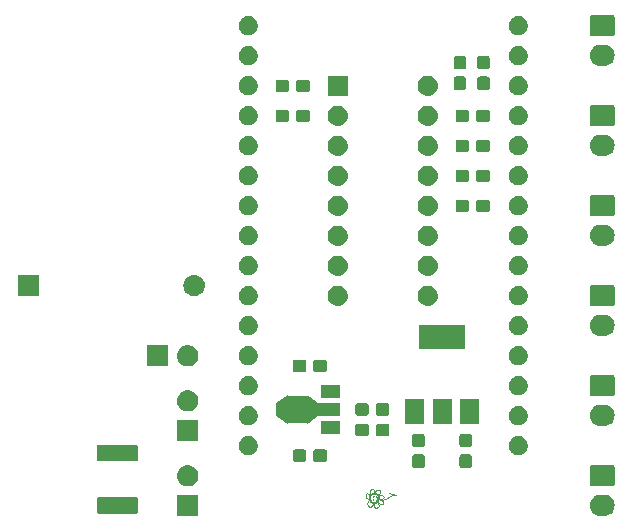
<source format=gts>
G04 #@! TF.GenerationSoftware,KiCad,Pcbnew,5.0.2-bee76a0~70~ubuntu16.04.1*
G04 #@! TF.CreationDate,2019-11-05T21:27:42+00:00*
G04 #@! TF.ProjectId,transmitter,7472616e-736d-4697-9474-65722e6b6963,rev?*
G04 #@! TF.SameCoordinates,Original*
G04 #@! TF.FileFunction,Soldermask,Top*
G04 #@! TF.FilePolarity,Negative*
%FSLAX46Y46*%
G04 Gerber Fmt 4.6, Leading zero omitted, Abs format (unit mm)*
G04 Created by KiCad (PCBNEW 5.0.2-bee76a0~70~ubuntu16.04.1) date Tue 05 Nov 2019 21:27:42 GMT*
%MOMM*%
%LPD*%
G01*
G04 APERTURE LIST*
%ADD10C,0.150000*%
%ADD11C,0.127000*%
%ADD12C,0.076200*%
%ADD13C,0.101600*%
%ADD14C,0.500000*%
G04 APERTURE END LIST*
D10*
G04 #@! TO.C,REF\002A\002A*
X147851623Y-107825000D02*
G75*
G03X147851623Y-107825000I-31623J0D01*
G01*
D11*
X148310000Y-107965000D02*
G75*
G03X148310000Y-107965000I-410000J0D01*
G01*
D10*
X147851623Y-108105000D02*
G75*
G03X147851623Y-108105000I-31623J0D01*
G01*
D12*
X148040000Y-108155000D02*
X148110000Y-108035000D01*
X148110000Y-108035000D02*
X148100000Y-107905000D01*
X148100000Y-107905000D02*
X148010000Y-107785000D01*
D13*
X147430000Y-108075000D02*
X147290000Y-108345000D01*
X147290000Y-108345000D02*
X147360000Y-108625000D01*
X147360000Y-108625000D02*
X147550000Y-108735000D01*
X147550000Y-108735000D02*
X147720000Y-108625000D01*
X147720000Y-108625000D02*
X147770000Y-108415000D01*
X147840000Y-108405000D02*
X147890000Y-108675000D01*
X147890000Y-108675000D02*
X148040000Y-108765000D01*
X148040000Y-108765000D02*
X148170000Y-108725000D01*
X148170000Y-108725000D02*
X148250000Y-108605000D01*
X148250000Y-108605000D02*
X148190000Y-108355000D01*
X148210000Y-108335000D02*
X148410000Y-108415000D01*
X148410000Y-108415000D02*
X148600000Y-108405000D01*
X148600000Y-108405000D02*
X148640000Y-108295000D01*
X148640000Y-108295000D02*
X148600000Y-108175000D01*
X148600000Y-108175000D02*
X148490000Y-108115000D01*
X148490000Y-108115000D02*
X148380000Y-108095000D01*
X148380000Y-108095000D02*
X148360000Y-108075000D01*
X148360000Y-108075000D02*
X148380000Y-108105000D01*
X148380000Y-108105000D02*
X148350000Y-108115000D01*
X147470000Y-108005000D02*
X147200000Y-107915000D01*
X147200000Y-107915000D02*
X147140000Y-107755000D01*
X147140000Y-107755000D02*
X147170000Y-107585000D01*
X147170000Y-107585000D02*
X147280000Y-107535000D01*
X147280000Y-107535000D02*
X147390000Y-107555000D01*
X147390000Y-107555000D02*
X147530000Y-107645000D01*
X147520000Y-107675000D02*
X147510000Y-107305000D01*
X147510000Y-107305000D02*
X147610000Y-107195000D01*
X147610000Y-107195000D02*
X147760000Y-107175000D01*
X147760000Y-107175000D02*
X147830000Y-107275000D01*
X147830000Y-107275000D02*
X147840000Y-107425000D01*
X147840000Y-107425000D02*
X147840000Y-107525000D01*
X147870000Y-107525000D02*
X147980000Y-107345000D01*
X147980000Y-107345000D02*
X148120000Y-107245000D01*
X148120000Y-107245000D02*
X148260000Y-107245000D01*
X148260000Y-107245000D02*
X148360000Y-107285000D01*
X148360000Y-107285000D02*
X148400000Y-107395000D01*
X148400000Y-107395000D02*
X148370000Y-107525000D01*
X148370000Y-107525000D02*
X148240000Y-107615000D01*
X148370000Y-108045000D02*
X148560000Y-107975000D01*
X148560000Y-107975000D02*
X148690000Y-107855000D01*
X148690000Y-107855000D02*
X148660000Y-107735000D01*
X148660000Y-107735000D02*
X148570000Y-107685000D01*
X148570000Y-107685000D02*
X148470000Y-107705000D01*
X148470000Y-107705000D02*
X148300000Y-107705000D01*
X148460000Y-108075000D02*
X148890000Y-107985000D01*
X148890000Y-107985000D02*
X149190000Y-107765000D01*
X149190000Y-107765000D02*
X149470000Y-107645000D01*
X149470000Y-107645000D02*
X149690000Y-107685000D01*
X149690000Y-107685000D02*
X149170000Y-107525000D01*
D14*
G36*
X132981000Y-109486000D02*
X131179000Y-109486000D01*
X131179000Y-107684000D01*
X132981000Y-107684000D01*
X132981000Y-109486000D01*
X132981000Y-109486000D01*
G37*
G36*
X167440442Y-107650518D02*
X167506627Y-107657037D01*
X167595512Y-107684000D01*
X167676467Y-107708557D01*
X167815087Y-107782652D01*
X167832991Y-107792222D01*
X167868729Y-107821552D01*
X167970186Y-107904814D01*
X168039131Y-107988825D01*
X168082778Y-108042009D01*
X168082779Y-108042011D01*
X168166443Y-108198533D01*
X168166443Y-108198534D01*
X168217963Y-108368373D01*
X168235359Y-108545000D01*
X168217963Y-108721627D01*
X168183616Y-108834853D01*
X168166443Y-108891467D01*
X168107690Y-109001385D01*
X168082778Y-109047991D01*
X168053448Y-109083729D01*
X167970186Y-109185186D01*
X167884173Y-109255774D01*
X167832991Y-109297778D01*
X167832989Y-109297779D01*
X167676467Y-109381443D01*
X167619853Y-109398616D01*
X167506627Y-109432963D01*
X167440442Y-109439482D01*
X167374260Y-109446000D01*
X166985740Y-109446000D01*
X166919558Y-109439482D01*
X166853373Y-109432963D01*
X166740147Y-109398616D01*
X166683533Y-109381443D01*
X166527011Y-109297779D01*
X166527009Y-109297778D01*
X166475827Y-109255774D01*
X166389814Y-109185186D01*
X166306552Y-109083729D01*
X166277222Y-109047991D01*
X166252310Y-109001385D01*
X166193557Y-108891467D01*
X166176384Y-108834853D01*
X166142037Y-108721627D01*
X166124641Y-108545000D01*
X166142037Y-108368373D01*
X166193557Y-108198534D01*
X166193557Y-108198533D01*
X166277221Y-108042011D01*
X166277222Y-108042009D01*
X166320869Y-107988825D01*
X166389814Y-107904814D01*
X166491271Y-107821552D01*
X166527009Y-107792222D01*
X166544913Y-107782652D01*
X166683533Y-107708557D01*
X166764488Y-107684000D01*
X166853373Y-107657037D01*
X166919558Y-107650518D01*
X166985740Y-107644000D01*
X167374260Y-107644000D01*
X167440442Y-107650518D01*
X167440442Y-107650518D01*
G37*
G36*
X127715782Y-107873295D02*
X127751815Y-107884226D01*
X127785028Y-107901979D01*
X127814134Y-107925866D01*
X127838021Y-107954972D01*
X127855774Y-107988185D01*
X127866705Y-108024218D01*
X127871000Y-108067830D01*
X127871000Y-109072170D01*
X127866705Y-109115782D01*
X127855774Y-109151815D01*
X127838021Y-109185028D01*
X127814134Y-109214134D01*
X127785028Y-109238021D01*
X127751815Y-109255774D01*
X127715782Y-109266705D01*
X127672170Y-109271000D01*
X124567830Y-109271000D01*
X124524218Y-109266705D01*
X124488185Y-109255774D01*
X124454972Y-109238021D01*
X124425866Y-109214134D01*
X124401979Y-109185028D01*
X124384226Y-109151815D01*
X124373295Y-109115782D01*
X124369000Y-109072170D01*
X124369000Y-108067830D01*
X124373295Y-108024218D01*
X124384226Y-107988185D01*
X124401979Y-107954972D01*
X124425866Y-107925866D01*
X124454972Y-107901979D01*
X124488185Y-107884226D01*
X124524218Y-107873295D01*
X124567830Y-107869000D01*
X127672170Y-107869000D01*
X127715782Y-107873295D01*
X127715782Y-107873295D01*
G37*
G36*
X132164760Y-105147989D02*
X132256627Y-105157037D01*
X132363188Y-105189362D01*
X132426467Y-105208557D01*
X132558470Y-105279115D01*
X132582991Y-105292222D01*
X132615582Y-105318969D01*
X132720186Y-105404814D01*
X132803448Y-105506271D01*
X132832778Y-105542009D01*
X132832779Y-105542011D01*
X132916443Y-105698533D01*
X132916443Y-105698534D01*
X132967963Y-105868373D01*
X132985359Y-106045000D01*
X132967963Y-106221627D01*
X132933616Y-106334853D01*
X132916443Y-106391467D01*
X132842348Y-106530087D01*
X132832778Y-106547991D01*
X132803448Y-106583729D01*
X132720186Y-106685186D01*
X132625251Y-106763096D01*
X132582991Y-106797778D01*
X132582989Y-106797779D01*
X132426467Y-106881443D01*
X132385734Y-106893799D01*
X132256627Y-106932963D01*
X132190442Y-106939482D01*
X132124260Y-106946000D01*
X132035740Y-106946000D01*
X131969558Y-106939482D01*
X131903373Y-106932963D01*
X131774266Y-106893799D01*
X131733533Y-106881443D01*
X131577011Y-106797779D01*
X131577009Y-106797778D01*
X131534749Y-106763096D01*
X131439814Y-106685186D01*
X131356552Y-106583729D01*
X131327222Y-106547991D01*
X131317652Y-106530087D01*
X131243557Y-106391467D01*
X131226384Y-106334853D01*
X131192037Y-106221627D01*
X131174641Y-106045000D01*
X131192037Y-105868373D01*
X131243557Y-105698534D01*
X131243557Y-105698533D01*
X131327221Y-105542011D01*
X131327222Y-105542009D01*
X131356552Y-105506271D01*
X131439814Y-105404814D01*
X131544418Y-105318969D01*
X131577009Y-105292222D01*
X131601530Y-105279115D01*
X131733533Y-105208557D01*
X131796812Y-105189362D01*
X131903373Y-105157037D01*
X131995240Y-105147989D01*
X132035740Y-105144000D01*
X132124260Y-105144000D01*
X132164760Y-105147989D01*
X132164760Y-105147989D01*
G37*
G36*
X168088600Y-105147989D02*
X168121649Y-105158014D01*
X168152106Y-105174294D01*
X168178799Y-105196201D01*
X168200706Y-105222894D01*
X168216986Y-105253351D01*
X168227011Y-105286400D01*
X168231000Y-105326904D01*
X168231000Y-106763096D01*
X168227011Y-106803600D01*
X168216986Y-106836649D01*
X168200706Y-106867106D01*
X168178799Y-106893799D01*
X168152106Y-106915706D01*
X168121649Y-106931986D01*
X168088600Y-106942011D01*
X168048096Y-106946000D01*
X166311904Y-106946000D01*
X166271400Y-106942011D01*
X166238351Y-106931986D01*
X166207894Y-106915706D01*
X166181201Y-106893799D01*
X166159294Y-106867106D01*
X166143014Y-106836649D01*
X166132989Y-106803600D01*
X166129000Y-106763096D01*
X166129000Y-105326904D01*
X166132989Y-105286400D01*
X166143014Y-105253351D01*
X166159294Y-105222894D01*
X166181201Y-105196201D01*
X166207894Y-105174294D01*
X166238351Y-105158014D01*
X166271400Y-105147989D01*
X166311904Y-105144000D01*
X168048096Y-105144000D01*
X168088600Y-105147989D01*
X168088600Y-105147989D01*
G37*
G36*
X155984499Y-104248445D02*
X156021993Y-104259819D01*
X156056557Y-104278294D01*
X156086847Y-104303153D01*
X156111706Y-104333443D01*
X156130181Y-104368007D01*
X156141555Y-104405501D01*
X156146000Y-104450638D01*
X156146000Y-105189362D01*
X156141555Y-105234499D01*
X156130181Y-105271993D01*
X156111706Y-105306557D01*
X156086847Y-105336847D01*
X156056557Y-105361706D01*
X156021993Y-105380181D01*
X155984499Y-105391555D01*
X155939362Y-105396000D01*
X155300638Y-105396000D01*
X155255501Y-105391555D01*
X155218007Y-105380181D01*
X155183443Y-105361706D01*
X155153153Y-105336847D01*
X155128294Y-105306557D01*
X155109819Y-105271993D01*
X155098445Y-105234499D01*
X155094000Y-105189362D01*
X155094000Y-104450638D01*
X155098445Y-104405501D01*
X155109819Y-104368007D01*
X155128294Y-104333443D01*
X155153153Y-104303153D01*
X155183443Y-104278294D01*
X155218007Y-104259819D01*
X155255501Y-104248445D01*
X155300638Y-104244000D01*
X155939362Y-104244000D01*
X155984499Y-104248445D01*
X155984499Y-104248445D01*
G37*
G36*
X151984499Y-104248445D02*
X152021993Y-104259819D01*
X152056557Y-104278294D01*
X152086847Y-104303153D01*
X152111706Y-104333443D01*
X152130181Y-104368007D01*
X152141555Y-104405501D01*
X152146000Y-104450638D01*
X152146000Y-105189362D01*
X152141555Y-105234499D01*
X152130181Y-105271993D01*
X152111706Y-105306557D01*
X152086847Y-105336847D01*
X152056557Y-105361706D01*
X152021993Y-105380181D01*
X151984499Y-105391555D01*
X151939362Y-105396000D01*
X151300638Y-105396000D01*
X151255501Y-105391555D01*
X151218007Y-105380181D01*
X151183443Y-105361706D01*
X151153153Y-105336847D01*
X151128294Y-105306557D01*
X151109819Y-105271993D01*
X151098445Y-105234499D01*
X151094000Y-105189362D01*
X151094000Y-104450638D01*
X151098445Y-104405501D01*
X151109819Y-104368007D01*
X151128294Y-104333443D01*
X151153153Y-104303153D01*
X151183443Y-104278294D01*
X151218007Y-104259819D01*
X151255501Y-104248445D01*
X151300638Y-104244000D01*
X151939362Y-104244000D01*
X151984499Y-104248445D01*
X151984499Y-104248445D01*
G37*
G36*
X143709499Y-103823445D02*
X143746993Y-103834819D01*
X143781557Y-103853294D01*
X143811847Y-103878153D01*
X143836706Y-103908443D01*
X143855181Y-103943007D01*
X143866555Y-103980501D01*
X143871000Y-104025638D01*
X143871000Y-104664362D01*
X143866555Y-104709499D01*
X143855181Y-104746993D01*
X143836706Y-104781557D01*
X143811847Y-104811847D01*
X143781557Y-104836706D01*
X143746993Y-104855181D01*
X143709499Y-104866555D01*
X143664362Y-104871000D01*
X142925638Y-104871000D01*
X142880501Y-104866555D01*
X142843007Y-104855181D01*
X142808443Y-104836706D01*
X142778153Y-104811847D01*
X142753294Y-104781557D01*
X142734819Y-104746993D01*
X142723445Y-104709499D01*
X142719000Y-104664362D01*
X142719000Y-104025638D01*
X142723445Y-103980501D01*
X142734819Y-103943007D01*
X142753294Y-103908443D01*
X142778153Y-103878153D01*
X142808443Y-103853294D01*
X142843007Y-103834819D01*
X142880501Y-103823445D01*
X142925638Y-103819000D01*
X143664362Y-103819000D01*
X143709499Y-103823445D01*
X143709499Y-103823445D01*
G37*
G36*
X141959499Y-103823445D02*
X141996993Y-103834819D01*
X142031557Y-103853294D01*
X142061847Y-103878153D01*
X142086706Y-103908443D01*
X142105181Y-103943007D01*
X142116555Y-103980501D01*
X142121000Y-104025638D01*
X142121000Y-104664362D01*
X142116555Y-104709499D01*
X142105181Y-104746993D01*
X142086706Y-104781557D01*
X142061847Y-104811847D01*
X142031557Y-104836706D01*
X141996993Y-104855181D01*
X141959499Y-104866555D01*
X141914362Y-104871000D01*
X141175638Y-104871000D01*
X141130501Y-104866555D01*
X141093007Y-104855181D01*
X141058443Y-104836706D01*
X141028153Y-104811847D01*
X141003294Y-104781557D01*
X140984819Y-104746993D01*
X140973445Y-104709499D01*
X140969000Y-104664362D01*
X140969000Y-104025638D01*
X140973445Y-103980501D01*
X140984819Y-103943007D01*
X141003294Y-103908443D01*
X141028153Y-103878153D01*
X141058443Y-103853294D01*
X141093007Y-103834819D01*
X141130501Y-103823445D01*
X141175638Y-103819000D01*
X141914362Y-103819000D01*
X141959499Y-103823445D01*
X141959499Y-103823445D01*
G37*
G36*
X127715782Y-103423295D02*
X127751815Y-103434226D01*
X127785028Y-103451979D01*
X127814134Y-103475866D01*
X127838021Y-103504972D01*
X127855774Y-103538185D01*
X127866705Y-103574218D01*
X127871000Y-103617830D01*
X127871000Y-104622170D01*
X127866705Y-104665782D01*
X127855774Y-104701815D01*
X127838021Y-104735028D01*
X127814134Y-104764134D01*
X127785028Y-104788021D01*
X127751815Y-104805774D01*
X127715782Y-104816705D01*
X127672170Y-104821000D01*
X124567830Y-104821000D01*
X124524218Y-104816705D01*
X124488185Y-104805774D01*
X124454972Y-104788021D01*
X124425866Y-104764134D01*
X124401979Y-104735028D01*
X124384226Y-104701815D01*
X124373295Y-104665782D01*
X124369000Y-104622170D01*
X124369000Y-103617830D01*
X124373295Y-103574218D01*
X124384226Y-103538185D01*
X124401979Y-103504972D01*
X124425866Y-103475866D01*
X124454972Y-103451979D01*
X124488185Y-103434226D01*
X124524218Y-103423295D01*
X124567830Y-103419000D01*
X127672170Y-103419000D01*
X127715782Y-103423295D01*
X127715782Y-103423295D01*
G37*
G36*
X160297142Y-102723242D02*
X160445102Y-102784530D01*
X160578258Y-102873502D01*
X160691498Y-102986742D01*
X160780470Y-103119898D01*
X160841758Y-103267858D01*
X160873000Y-103424925D01*
X160873000Y-103585075D01*
X160841758Y-103742142D01*
X160780470Y-103890102D01*
X160691498Y-104023258D01*
X160578258Y-104136498D01*
X160445102Y-104225470D01*
X160297142Y-104286758D01*
X160140075Y-104318000D01*
X159979925Y-104318000D01*
X159822858Y-104286758D01*
X159674898Y-104225470D01*
X159541742Y-104136498D01*
X159428502Y-104023258D01*
X159339530Y-103890102D01*
X159278242Y-103742142D01*
X159247000Y-103585075D01*
X159247000Y-103424925D01*
X159278242Y-103267858D01*
X159339530Y-103119898D01*
X159428502Y-102986742D01*
X159541742Y-102873502D01*
X159674898Y-102784530D01*
X159822858Y-102723242D01*
X159979925Y-102692000D01*
X160140075Y-102692000D01*
X160297142Y-102723242D01*
X160297142Y-102723242D01*
G37*
G36*
X137437142Y-102723242D02*
X137585102Y-102784530D01*
X137718258Y-102873502D01*
X137831498Y-102986742D01*
X137920470Y-103119898D01*
X137981758Y-103267858D01*
X138013000Y-103424925D01*
X138013000Y-103585075D01*
X137981758Y-103742142D01*
X137920470Y-103890102D01*
X137831498Y-104023258D01*
X137718258Y-104136498D01*
X137585102Y-104225470D01*
X137437142Y-104286758D01*
X137280075Y-104318000D01*
X137119925Y-104318000D01*
X136962858Y-104286758D01*
X136814898Y-104225470D01*
X136681742Y-104136498D01*
X136568502Y-104023258D01*
X136479530Y-103890102D01*
X136418242Y-103742142D01*
X136387000Y-103585075D01*
X136387000Y-103424925D01*
X136418242Y-103267858D01*
X136479530Y-103119898D01*
X136568502Y-102986742D01*
X136681742Y-102873502D01*
X136814898Y-102784530D01*
X136962858Y-102723242D01*
X137119925Y-102692000D01*
X137280075Y-102692000D01*
X137437142Y-102723242D01*
X137437142Y-102723242D01*
G37*
G36*
X151984499Y-102498445D02*
X152021993Y-102509819D01*
X152056557Y-102528294D01*
X152086847Y-102553153D01*
X152111706Y-102583443D01*
X152130181Y-102618007D01*
X152141555Y-102655501D01*
X152146000Y-102700638D01*
X152146000Y-103439362D01*
X152141555Y-103484499D01*
X152130181Y-103521993D01*
X152111706Y-103556557D01*
X152086847Y-103586847D01*
X152056557Y-103611706D01*
X152021993Y-103630181D01*
X151984499Y-103641555D01*
X151939362Y-103646000D01*
X151300638Y-103646000D01*
X151255501Y-103641555D01*
X151218007Y-103630181D01*
X151183443Y-103611706D01*
X151153153Y-103586847D01*
X151128294Y-103556557D01*
X151109819Y-103521993D01*
X151098445Y-103484499D01*
X151094000Y-103439362D01*
X151094000Y-102700638D01*
X151098445Y-102655501D01*
X151109819Y-102618007D01*
X151128294Y-102583443D01*
X151153153Y-102553153D01*
X151183443Y-102528294D01*
X151218007Y-102509819D01*
X151255501Y-102498445D01*
X151300638Y-102494000D01*
X151939362Y-102494000D01*
X151984499Y-102498445D01*
X151984499Y-102498445D01*
G37*
G36*
X155984499Y-102498445D02*
X156021993Y-102509819D01*
X156056557Y-102528294D01*
X156086847Y-102553153D01*
X156111706Y-102583443D01*
X156130181Y-102618007D01*
X156141555Y-102655501D01*
X156146000Y-102700638D01*
X156146000Y-103439362D01*
X156141555Y-103484499D01*
X156130181Y-103521993D01*
X156111706Y-103556557D01*
X156086847Y-103586847D01*
X156056557Y-103611706D01*
X156021993Y-103630181D01*
X155984499Y-103641555D01*
X155939362Y-103646000D01*
X155300638Y-103646000D01*
X155255501Y-103641555D01*
X155218007Y-103630181D01*
X155183443Y-103611706D01*
X155153153Y-103586847D01*
X155128294Y-103556557D01*
X155109819Y-103521993D01*
X155098445Y-103484499D01*
X155094000Y-103439362D01*
X155094000Y-102700638D01*
X155098445Y-102655501D01*
X155109819Y-102618007D01*
X155128294Y-102583443D01*
X155153153Y-102553153D01*
X155183443Y-102528294D01*
X155218007Y-102509819D01*
X155255501Y-102498445D01*
X155300638Y-102494000D01*
X155939362Y-102494000D01*
X155984499Y-102498445D01*
X155984499Y-102498445D01*
G37*
G36*
X132981000Y-103136000D02*
X131179000Y-103136000D01*
X131179000Y-101334000D01*
X132981000Y-101334000D01*
X132981000Y-103136000D01*
X132981000Y-103136000D01*
G37*
G36*
X147254499Y-101653445D02*
X147291993Y-101664819D01*
X147326557Y-101683294D01*
X147356847Y-101708153D01*
X147381706Y-101738443D01*
X147400181Y-101773007D01*
X147411555Y-101810501D01*
X147416000Y-101855638D01*
X147416000Y-102494362D01*
X147411555Y-102539499D01*
X147400181Y-102576993D01*
X147381706Y-102611557D01*
X147356847Y-102641847D01*
X147326557Y-102666706D01*
X147291993Y-102685181D01*
X147254499Y-102696555D01*
X147209362Y-102701000D01*
X146470638Y-102701000D01*
X146425501Y-102696555D01*
X146388007Y-102685181D01*
X146353443Y-102666706D01*
X146323153Y-102641847D01*
X146298294Y-102611557D01*
X146279819Y-102576993D01*
X146268445Y-102539499D01*
X146264000Y-102494362D01*
X146264000Y-101855638D01*
X146268445Y-101810501D01*
X146279819Y-101773007D01*
X146298294Y-101738443D01*
X146323153Y-101708153D01*
X146353443Y-101683294D01*
X146388007Y-101664819D01*
X146425501Y-101653445D01*
X146470638Y-101649000D01*
X147209362Y-101649000D01*
X147254499Y-101653445D01*
X147254499Y-101653445D01*
G37*
G36*
X149004499Y-101653445D02*
X149041993Y-101664819D01*
X149076557Y-101683294D01*
X149106847Y-101708153D01*
X149131706Y-101738443D01*
X149150181Y-101773007D01*
X149161555Y-101810501D01*
X149166000Y-101855638D01*
X149166000Y-102494362D01*
X149161555Y-102539499D01*
X149150181Y-102576993D01*
X149131706Y-102611557D01*
X149106847Y-102641847D01*
X149076557Y-102666706D01*
X149041993Y-102685181D01*
X149004499Y-102696555D01*
X148959362Y-102701000D01*
X148220638Y-102701000D01*
X148175501Y-102696555D01*
X148138007Y-102685181D01*
X148103443Y-102666706D01*
X148073153Y-102641847D01*
X148048294Y-102611557D01*
X148029819Y-102576993D01*
X148018445Y-102539499D01*
X148014000Y-102494362D01*
X148014000Y-101855638D01*
X148018445Y-101810501D01*
X148029819Y-101773007D01*
X148048294Y-101738443D01*
X148073153Y-101708153D01*
X148103443Y-101683294D01*
X148138007Y-101664819D01*
X148175501Y-101653445D01*
X148220638Y-101649000D01*
X148959362Y-101649000D01*
X149004499Y-101653445D01*
X149004499Y-101653445D01*
G37*
G36*
X145001000Y-102496000D02*
X143399000Y-102496000D01*
X143399000Y-101394000D01*
X145001000Y-101394000D01*
X145001000Y-102496000D01*
X145001000Y-102496000D01*
G37*
G36*
X167440443Y-100030519D02*
X167506627Y-100037037D01*
X167619853Y-100071384D01*
X167676467Y-100088557D01*
X167795159Y-100152000D01*
X167832991Y-100172222D01*
X167846420Y-100183243D01*
X167970186Y-100284814D01*
X168053448Y-100386271D01*
X168082778Y-100422009D01*
X168082779Y-100422011D01*
X168166443Y-100578533D01*
X168167787Y-100582963D01*
X168217963Y-100748373D01*
X168235359Y-100925000D01*
X168217963Y-101101627D01*
X168187472Y-101202142D01*
X168166443Y-101271467D01*
X168133018Y-101334000D01*
X168082778Y-101427991D01*
X168053448Y-101463729D01*
X167970186Y-101565186D01*
X167888026Y-101632612D01*
X167832991Y-101677778D01*
X167815087Y-101687348D01*
X167676467Y-101761443D01*
X167661823Y-101765885D01*
X167506627Y-101812963D01*
X167440442Y-101819482D01*
X167374260Y-101826000D01*
X166985740Y-101826000D01*
X166919558Y-101819482D01*
X166853373Y-101812963D01*
X166698177Y-101765885D01*
X166683533Y-101761443D01*
X166544913Y-101687348D01*
X166527009Y-101677778D01*
X166471974Y-101632612D01*
X166389814Y-101565186D01*
X166306552Y-101463729D01*
X166277222Y-101427991D01*
X166226982Y-101334000D01*
X166193557Y-101271467D01*
X166172528Y-101202142D01*
X166142037Y-101101627D01*
X166124641Y-100925000D01*
X166142037Y-100748373D01*
X166192213Y-100582963D01*
X166193557Y-100578533D01*
X166277221Y-100422011D01*
X166277222Y-100422009D01*
X166306552Y-100386271D01*
X166389814Y-100284814D01*
X166513580Y-100183243D01*
X166527009Y-100172222D01*
X166564841Y-100152000D01*
X166683533Y-100088557D01*
X166740147Y-100071384D01*
X166853373Y-100037037D01*
X166919557Y-100030519D01*
X166985740Y-100024000D01*
X167374260Y-100024000D01*
X167440443Y-100030519D01*
X167440443Y-100030519D01*
G37*
G36*
X160297142Y-100183242D02*
X160445102Y-100244530D01*
X160505391Y-100284814D01*
X160578257Y-100333501D01*
X160691499Y-100446743D01*
X160692191Y-100447779D01*
X160780470Y-100579898D01*
X160841758Y-100727858D01*
X160873000Y-100884925D01*
X160873000Y-101045075D01*
X160841758Y-101202142D01*
X160813042Y-101271467D01*
X160780471Y-101350100D01*
X160691499Y-101483257D01*
X160578257Y-101596499D01*
X160524210Y-101632612D01*
X160445102Y-101685470D01*
X160445101Y-101685471D01*
X160445100Y-101685471D01*
X160411583Y-101699354D01*
X160297142Y-101746758D01*
X160140075Y-101778000D01*
X159979925Y-101778000D01*
X159822858Y-101746758D01*
X159708417Y-101699354D01*
X159674900Y-101685471D01*
X159674899Y-101685471D01*
X159674898Y-101685470D01*
X159595790Y-101632612D01*
X159541743Y-101596499D01*
X159428501Y-101483257D01*
X159339529Y-101350100D01*
X159306958Y-101271467D01*
X159278242Y-101202142D01*
X159247000Y-101045075D01*
X159247000Y-100884925D01*
X159278242Y-100727858D01*
X159339530Y-100579898D01*
X159427809Y-100447779D01*
X159428501Y-100446743D01*
X159541743Y-100333501D01*
X159614609Y-100284814D01*
X159674898Y-100244530D01*
X159822858Y-100183242D01*
X159979925Y-100152000D01*
X160140075Y-100152000D01*
X160297142Y-100183242D01*
X160297142Y-100183242D01*
G37*
G36*
X137437142Y-100183242D02*
X137585102Y-100244530D01*
X137645391Y-100284814D01*
X137718257Y-100333501D01*
X137831499Y-100446743D01*
X137832191Y-100447779D01*
X137920470Y-100579898D01*
X137981758Y-100727858D01*
X138013000Y-100884925D01*
X138013000Y-101045075D01*
X137981758Y-101202142D01*
X137953042Y-101271467D01*
X137920471Y-101350100D01*
X137831499Y-101483257D01*
X137718257Y-101596499D01*
X137664210Y-101632612D01*
X137585102Y-101685470D01*
X137585101Y-101685471D01*
X137585100Y-101685471D01*
X137551583Y-101699354D01*
X137437142Y-101746758D01*
X137280075Y-101778000D01*
X137119925Y-101778000D01*
X136962858Y-101746758D01*
X136848417Y-101699354D01*
X136814900Y-101685471D01*
X136814899Y-101685471D01*
X136814898Y-101685470D01*
X136735790Y-101632612D01*
X136681743Y-101596499D01*
X136568501Y-101483257D01*
X136479529Y-101350100D01*
X136446958Y-101271467D01*
X136418242Y-101202142D01*
X136387000Y-101045075D01*
X136387000Y-100884925D01*
X136418242Y-100727858D01*
X136479530Y-100579898D01*
X136567809Y-100447779D01*
X136568501Y-100446743D01*
X136681743Y-100333501D01*
X136754609Y-100284814D01*
X136814898Y-100244530D01*
X136962858Y-100183242D01*
X137119925Y-100152000D01*
X137280075Y-100152000D01*
X137437142Y-100183242D01*
X137437142Y-100183242D01*
G37*
G36*
X140550066Y-99238446D02*
X140565612Y-99257388D01*
X140584554Y-99272934D01*
X140606165Y-99284485D01*
X140629614Y-99291598D01*
X140654000Y-99294000D01*
X142120200Y-99294000D01*
X142144586Y-99291598D01*
X142168035Y-99284485D01*
X142189646Y-99272934D01*
X142208588Y-99257388D01*
X142224134Y-99238446D01*
X142226524Y-99233974D01*
X142279996Y-99271404D01*
X142301352Y-99283421D01*
X142324641Y-99291041D01*
X142351679Y-99294000D01*
X142362644Y-99294000D01*
X142367015Y-99308410D01*
X142378566Y-99330021D01*
X142394112Y-99348963D01*
X142410816Y-99362978D01*
X143137141Y-99871406D01*
X143158494Y-99883421D01*
X143181783Y-99891041D01*
X143208821Y-99894000D01*
X145004500Y-99894000D01*
X145004500Y-100996000D01*
X143208821Y-100996000D01*
X143184435Y-100998402D01*
X143160986Y-101005515D01*
X143137141Y-101018595D01*
X142473337Y-101483257D01*
X142410817Y-101527021D01*
X142392217Y-101542973D01*
X142377085Y-101562248D01*
X142366005Y-101584104D01*
X142362676Y-101596000D01*
X142351679Y-101596000D01*
X142327293Y-101598402D01*
X142303844Y-101605515D01*
X142279996Y-101618596D01*
X142259973Y-101632612D01*
X142245200Y-101642953D01*
X142226524Y-101656026D01*
X142224134Y-101651554D01*
X142208588Y-101632612D01*
X142189646Y-101617066D01*
X142168035Y-101605515D01*
X142144586Y-101598402D01*
X142120200Y-101596000D01*
X140654000Y-101596000D01*
X140629614Y-101598402D01*
X140606165Y-101605515D01*
X140584554Y-101617066D01*
X140565612Y-101632612D01*
X140550066Y-101651554D01*
X140547450Y-101656449D01*
X140494225Y-101618879D01*
X140472918Y-101606778D01*
X140449658Y-101599067D01*
X140422140Y-101596000D01*
X140410765Y-101596000D01*
X140405985Y-101580243D01*
X140394434Y-101558632D01*
X140378888Y-101539690D01*
X140362585Y-101525957D01*
X139577000Y-100971427D01*
X139577000Y-99918573D01*
X140362585Y-99364043D01*
X140381123Y-99348018D01*
X140396178Y-99328684D01*
X140407172Y-99306784D01*
X140410695Y-99294000D01*
X140422140Y-99294000D01*
X140446526Y-99291598D01*
X140469975Y-99284485D01*
X140494225Y-99271121D01*
X140513680Y-99257388D01*
X140529000Y-99246574D01*
X140547450Y-99233551D01*
X140550066Y-99238446D01*
X140550066Y-99238446D01*
G37*
G36*
X154421000Y-101646000D02*
X152819000Y-101646000D01*
X152819000Y-99544000D01*
X154421000Y-99544000D01*
X154421000Y-101646000D01*
X154421000Y-101646000D01*
G37*
G36*
X156721000Y-101646000D02*
X155119000Y-101646000D01*
X155119000Y-99544000D01*
X156721000Y-99544000D01*
X156721000Y-101646000D01*
X156721000Y-101646000D01*
G37*
G36*
X152121000Y-101646000D02*
X150519000Y-101646000D01*
X150519000Y-99544000D01*
X152121000Y-99544000D01*
X152121000Y-101646000D01*
X152121000Y-101646000D01*
G37*
G36*
X149004499Y-99903445D02*
X149041993Y-99914819D01*
X149076557Y-99933294D01*
X149106847Y-99958153D01*
X149131706Y-99988443D01*
X149150181Y-100023007D01*
X149161555Y-100060501D01*
X149166000Y-100105638D01*
X149166000Y-100744362D01*
X149161555Y-100789499D01*
X149150181Y-100826993D01*
X149131706Y-100861557D01*
X149106847Y-100891847D01*
X149076557Y-100916706D01*
X149041993Y-100935181D01*
X149004499Y-100946555D01*
X148959362Y-100951000D01*
X148220638Y-100951000D01*
X148175501Y-100946555D01*
X148138007Y-100935181D01*
X148103443Y-100916706D01*
X148073153Y-100891847D01*
X148048294Y-100861557D01*
X148029819Y-100826993D01*
X148018445Y-100789499D01*
X148014000Y-100744362D01*
X148014000Y-100105638D01*
X148018445Y-100060501D01*
X148029819Y-100023007D01*
X148048294Y-99988443D01*
X148073153Y-99958153D01*
X148103443Y-99933294D01*
X148138007Y-99914819D01*
X148175501Y-99903445D01*
X148220638Y-99899000D01*
X148959362Y-99899000D01*
X149004499Y-99903445D01*
X149004499Y-99903445D01*
G37*
G36*
X147254499Y-99903445D02*
X147291993Y-99914819D01*
X147326557Y-99933294D01*
X147356847Y-99958153D01*
X147381706Y-99988443D01*
X147400181Y-100023007D01*
X147411555Y-100060501D01*
X147416000Y-100105638D01*
X147416000Y-100744362D01*
X147411555Y-100789499D01*
X147400181Y-100826993D01*
X147381706Y-100861557D01*
X147356847Y-100891847D01*
X147326557Y-100916706D01*
X147291993Y-100935181D01*
X147254499Y-100946555D01*
X147209362Y-100951000D01*
X146470638Y-100951000D01*
X146425501Y-100946555D01*
X146388007Y-100935181D01*
X146353443Y-100916706D01*
X146323153Y-100891847D01*
X146298294Y-100861557D01*
X146279819Y-100826993D01*
X146268445Y-100789499D01*
X146264000Y-100744362D01*
X146264000Y-100105638D01*
X146268445Y-100060501D01*
X146279819Y-100023007D01*
X146298294Y-99988443D01*
X146323153Y-99958153D01*
X146353443Y-99933294D01*
X146388007Y-99914819D01*
X146425501Y-99903445D01*
X146470638Y-99899000D01*
X147209362Y-99899000D01*
X147254499Y-99903445D01*
X147254499Y-99903445D01*
G37*
G36*
X132190443Y-98800519D02*
X132256627Y-98807037D01*
X132369853Y-98841384D01*
X132426467Y-98858557D01*
X132565087Y-98932652D01*
X132582991Y-98942222D01*
X132584253Y-98943258D01*
X132720186Y-99054814D01*
X132767690Y-99112699D01*
X132832778Y-99192009D01*
X132832779Y-99192011D01*
X132916443Y-99348533D01*
X132916443Y-99348534D01*
X132967963Y-99518373D01*
X132985359Y-99695000D01*
X132967963Y-99871627D01*
X132946214Y-99943323D01*
X132916443Y-100041467D01*
X132906269Y-100060501D01*
X132832778Y-100197991D01*
X132803448Y-100233729D01*
X132720186Y-100335186D01*
X132618729Y-100418448D01*
X132582991Y-100447778D01*
X132582989Y-100447779D01*
X132426467Y-100531443D01*
X132369853Y-100548616D01*
X132256627Y-100582963D01*
X132190443Y-100589481D01*
X132124260Y-100596000D01*
X132035740Y-100596000D01*
X131969557Y-100589481D01*
X131903373Y-100582963D01*
X131790147Y-100548616D01*
X131733533Y-100531443D01*
X131577011Y-100447779D01*
X131577009Y-100447778D01*
X131541271Y-100418448D01*
X131439814Y-100335186D01*
X131356552Y-100233729D01*
X131327222Y-100197991D01*
X131253731Y-100060501D01*
X131243557Y-100041467D01*
X131213786Y-99943323D01*
X131192037Y-99871627D01*
X131174641Y-99695000D01*
X131192037Y-99518373D01*
X131243557Y-99348534D01*
X131243557Y-99348533D01*
X131327221Y-99192011D01*
X131327222Y-99192009D01*
X131392310Y-99112699D01*
X131439814Y-99054814D01*
X131575747Y-98943258D01*
X131577009Y-98942222D01*
X131594913Y-98932652D01*
X131733533Y-98858557D01*
X131790147Y-98841384D01*
X131903373Y-98807037D01*
X131969557Y-98800519D01*
X132035740Y-98794000D01*
X132124260Y-98794000D01*
X132190443Y-98800519D01*
X132190443Y-98800519D01*
G37*
G36*
X145001000Y-99496000D02*
X143399000Y-99496000D01*
X143399000Y-98394000D01*
X145001000Y-98394000D01*
X145001000Y-99496000D01*
X145001000Y-99496000D01*
G37*
G36*
X168088600Y-97527989D02*
X168121649Y-97538014D01*
X168152106Y-97554294D01*
X168178799Y-97576201D01*
X168200706Y-97602894D01*
X168216986Y-97633351D01*
X168227011Y-97666400D01*
X168231000Y-97706904D01*
X168231000Y-99143096D01*
X168227011Y-99183600D01*
X168216986Y-99216649D01*
X168200706Y-99247106D01*
X168178799Y-99273799D01*
X168152106Y-99295706D01*
X168121649Y-99311986D01*
X168088600Y-99322011D01*
X168048096Y-99326000D01*
X166311904Y-99326000D01*
X166271400Y-99322011D01*
X166238351Y-99311986D01*
X166207894Y-99295706D01*
X166181201Y-99273799D01*
X166159294Y-99247106D01*
X166143014Y-99216649D01*
X166132989Y-99183600D01*
X166129000Y-99143096D01*
X166129000Y-97706904D01*
X166132989Y-97666400D01*
X166143014Y-97633351D01*
X166159294Y-97602894D01*
X166181201Y-97576201D01*
X166207894Y-97554294D01*
X166238351Y-97538014D01*
X166271400Y-97527989D01*
X166311904Y-97524000D01*
X168048096Y-97524000D01*
X168088600Y-97527989D01*
X168088600Y-97527989D01*
G37*
G36*
X137437142Y-97643242D02*
X137585102Y-97704530D01*
X137634147Y-97737301D01*
X137711521Y-97789000D01*
X137718258Y-97793502D01*
X137831498Y-97906742D01*
X137920470Y-98039898D01*
X137981758Y-98187858D01*
X138013000Y-98344925D01*
X138013000Y-98505075D01*
X137981758Y-98662142D01*
X137934354Y-98776583D01*
X137920471Y-98810100D01*
X137831499Y-98943257D01*
X137718257Y-99056499D01*
X137652130Y-99100683D01*
X137585102Y-99145470D01*
X137437142Y-99206758D01*
X137280075Y-99238000D01*
X137119925Y-99238000D01*
X136962858Y-99206758D01*
X136814898Y-99145470D01*
X136747870Y-99100683D01*
X136681743Y-99056499D01*
X136568501Y-98943257D01*
X136479529Y-98810100D01*
X136465646Y-98776583D01*
X136418242Y-98662142D01*
X136387000Y-98505075D01*
X136387000Y-98344925D01*
X136418242Y-98187858D01*
X136479530Y-98039898D01*
X136568502Y-97906742D01*
X136681742Y-97793502D01*
X136688480Y-97789000D01*
X136765853Y-97737301D01*
X136814898Y-97704530D01*
X136962858Y-97643242D01*
X137119925Y-97612000D01*
X137280075Y-97612000D01*
X137437142Y-97643242D01*
X137437142Y-97643242D01*
G37*
G36*
X160297142Y-97643242D02*
X160445102Y-97704530D01*
X160494147Y-97737301D01*
X160571521Y-97789000D01*
X160578258Y-97793502D01*
X160691498Y-97906742D01*
X160780470Y-98039898D01*
X160841758Y-98187858D01*
X160873000Y-98344925D01*
X160873000Y-98505075D01*
X160841758Y-98662142D01*
X160794354Y-98776583D01*
X160780471Y-98810100D01*
X160691499Y-98943257D01*
X160578257Y-99056499D01*
X160512130Y-99100683D01*
X160445102Y-99145470D01*
X160297142Y-99206758D01*
X160140075Y-99238000D01*
X159979925Y-99238000D01*
X159822858Y-99206758D01*
X159674898Y-99145470D01*
X159607870Y-99100683D01*
X159541743Y-99056499D01*
X159428501Y-98943257D01*
X159339529Y-98810100D01*
X159325646Y-98776583D01*
X159278242Y-98662142D01*
X159247000Y-98505075D01*
X159247000Y-98344925D01*
X159278242Y-98187858D01*
X159339530Y-98039898D01*
X159428502Y-97906742D01*
X159541742Y-97793502D01*
X159548480Y-97789000D01*
X159625853Y-97737301D01*
X159674898Y-97704530D01*
X159822858Y-97643242D01*
X159979925Y-97612000D01*
X160140075Y-97612000D01*
X160297142Y-97643242D01*
X160297142Y-97643242D01*
G37*
G36*
X141959499Y-96223445D02*
X141996993Y-96234819D01*
X142031557Y-96253294D01*
X142061847Y-96278153D01*
X142086706Y-96308443D01*
X142105181Y-96343007D01*
X142116555Y-96380501D01*
X142121000Y-96425638D01*
X142121000Y-97064362D01*
X142116555Y-97109499D01*
X142105181Y-97146993D01*
X142086706Y-97181557D01*
X142061847Y-97211847D01*
X142031557Y-97236706D01*
X141996993Y-97255181D01*
X141959499Y-97266555D01*
X141914362Y-97271000D01*
X141175638Y-97271000D01*
X141130501Y-97266555D01*
X141093007Y-97255181D01*
X141058443Y-97236706D01*
X141028153Y-97211847D01*
X141003294Y-97181557D01*
X140984819Y-97146993D01*
X140973445Y-97109499D01*
X140969000Y-97064362D01*
X140969000Y-96425638D01*
X140973445Y-96380501D01*
X140984819Y-96343007D01*
X141003294Y-96308443D01*
X141028153Y-96278153D01*
X141058443Y-96253294D01*
X141093007Y-96234819D01*
X141130501Y-96223445D01*
X141175638Y-96219000D01*
X141914362Y-96219000D01*
X141959499Y-96223445D01*
X141959499Y-96223445D01*
G37*
G36*
X143709499Y-96223445D02*
X143746993Y-96234819D01*
X143781557Y-96253294D01*
X143811847Y-96278153D01*
X143836706Y-96308443D01*
X143855181Y-96343007D01*
X143866555Y-96380501D01*
X143871000Y-96425638D01*
X143871000Y-97064362D01*
X143866555Y-97109499D01*
X143855181Y-97146993D01*
X143836706Y-97181557D01*
X143811847Y-97211847D01*
X143781557Y-97236706D01*
X143746993Y-97255181D01*
X143709499Y-97266555D01*
X143664362Y-97271000D01*
X142925638Y-97271000D01*
X142880501Y-97266555D01*
X142843007Y-97255181D01*
X142808443Y-97236706D01*
X142778153Y-97211847D01*
X142753294Y-97181557D01*
X142734819Y-97146993D01*
X142723445Y-97109499D01*
X142719000Y-97064362D01*
X142719000Y-96425638D01*
X142723445Y-96380501D01*
X142734819Y-96343007D01*
X142753294Y-96308443D01*
X142778153Y-96278153D01*
X142808443Y-96253294D01*
X142843007Y-96234819D01*
X142880501Y-96223445D01*
X142925638Y-96219000D01*
X143664362Y-96219000D01*
X143709499Y-96223445D01*
X143709499Y-96223445D01*
G37*
G36*
X132190443Y-94990519D02*
X132256627Y-94997037D01*
X132369853Y-95031384D01*
X132426467Y-95048557D01*
X132528774Y-95103242D01*
X132582991Y-95132222D01*
X132618729Y-95161552D01*
X132720186Y-95244814D01*
X132803226Y-95346000D01*
X132832778Y-95382009D01*
X132832779Y-95382011D01*
X132916443Y-95538533D01*
X132916443Y-95538534D01*
X132967963Y-95708373D01*
X132985359Y-95885000D01*
X132967963Y-96061627D01*
X132933616Y-96174853D01*
X132916443Y-96231467D01*
X132856823Y-96343007D01*
X132832778Y-96387991D01*
X132803448Y-96423729D01*
X132720186Y-96525186D01*
X132622358Y-96605470D01*
X132582991Y-96637778D01*
X132582989Y-96637779D01*
X132426467Y-96721443D01*
X132369853Y-96738616D01*
X132256627Y-96772963D01*
X132190442Y-96779482D01*
X132124260Y-96786000D01*
X132035740Y-96786000D01*
X131969558Y-96779482D01*
X131903373Y-96772963D01*
X131790147Y-96738616D01*
X131733533Y-96721443D01*
X131577011Y-96637779D01*
X131577009Y-96637778D01*
X131537642Y-96605470D01*
X131439814Y-96525186D01*
X131356552Y-96423729D01*
X131327222Y-96387991D01*
X131303177Y-96343007D01*
X131243557Y-96231467D01*
X131226384Y-96174853D01*
X131192037Y-96061627D01*
X131174641Y-95885000D01*
X131192037Y-95708373D01*
X131243557Y-95538534D01*
X131243557Y-95538533D01*
X131327221Y-95382011D01*
X131327222Y-95382009D01*
X131356774Y-95346000D01*
X131439814Y-95244814D01*
X131541271Y-95161552D01*
X131577009Y-95132222D01*
X131631226Y-95103242D01*
X131733533Y-95048557D01*
X131790147Y-95031384D01*
X131903373Y-94997037D01*
X131969557Y-94990519D01*
X132035740Y-94984000D01*
X132124260Y-94984000D01*
X132190443Y-94990519D01*
X132190443Y-94990519D01*
G37*
G36*
X130441000Y-96786000D02*
X128639000Y-96786000D01*
X128639000Y-94984000D01*
X130441000Y-94984000D01*
X130441000Y-96786000D01*
X130441000Y-96786000D01*
G37*
G36*
X137437142Y-95103242D02*
X137585102Y-95164530D01*
X137652130Y-95209317D01*
X137718257Y-95253501D01*
X137831499Y-95366743D01*
X137875683Y-95432870D01*
X137920470Y-95499898D01*
X137981758Y-95647858D01*
X138013000Y-95804925D01*
X138013000Y-95965075D01*
X137981758Y-96122142D01*
X137941637Y-96219000D01*
X137920471Y-96270100D01*
X137831499Y-96403257D01*
X137718257Y-96516499D01*
X137652130Y-96560683D01*
X137585102Y-96605470D01*
X137437142Y-96666758D01*
X137280075Y-96698000D01*
X137119925Y-96698000D01*
X136962858Y-96666758D01*
X136814898Y-96605470D01*
X136747870Y-96560683D01*
X136681743Y-96516499D01*
X136568501Y-96403257D01*
X136479529Y-96270100D01*
X136458363Y-96219000D01*
X136418242Y-96122142D01*
X136387000Y-95965075D01*
X136387000Y-95804925D01*
X136418242Y-95647858D01*
X136479530Y-95499898D01*
X136524317Y-95432870D01*
X136568501Y-95366743D01*
X136681743Y-95253501D01*
X136747870Y-95209317D01*
X136814898Y-95164530D01*
X136962858Y-95103242D01*
X137119925Y-95072000D01*
X137280075Y-95072000D01*
X137437142Y-95103242D01*
X137437142Y-95103242D01*
G37*
G36*
X160297142Y-95103242D02*
X160445102Y-95164530D01*
X160512130Y-95209317D01*
X160578257Y-95253501D01*
X160691499Y-95366743D01*
X160735683Y-95432870D01*
X160780470Y-95499898D01*
X160841758Y-95647858D01*
X160873000Y-95804925D01*
X160873000Y-95965075D01*
X160841758Y-96122142D01*
X160801637Y-96219000D01*
X160780471Y-96270100D01*
X160691499Y-96403257D01*
X160578257Y-96516499D01*
X160512130Y-96560683D01*
X160445102Y-96605470D01*
X160297142Y-96666758D01*
X160140075Y-96698000D01*
X159979925Y-96698000D01*
X159822858Y-96666758D01*
X159674898Y-96605470D01*
X159607870Y-96560683D01*
X159541743Y-96516499D01*
X159428501Y-96403257D01*
X159339529Y-96270100D01*
X159318363Y-96219000D01*
X159278242Y-96122142D01*
X159247000Y-95965075D01*
X159247000Y-95804925D01*
X159278242Y-95647858D01*
X159339530Y-95499898D01*
X159384317Y-95432870D01*
X159428501Y-95366743D01*
X159541743Y-95253501D01*
X159607870Y-95209317D01*
X159674898Y-95164530D01*
X159822858Y-95103242D01*
X159979925Y-95072000D01*
X160140075Y-95072000D01*
X160297142Y-95103242D01*
X160297142Y-95103242D01*
G37*
G36*
X155571000Y-95346000D02*
X151669000Y-95346000D01*
X151669000Y-93244000D01*
X155571000Y-93244000D01*
X155571000Y-95346000D01*
X155571000Y-95346000D01*
G37*
G36*
X167440443Y-92410519D02*
X167506627Y-92417037D01*
X167619853Y-92451384D01*
X167676467Y-92468557D01*
X167795159Y-92532000D01*
X167832991Y-92552222D01*
X167846420Y-92563243D01*
X167970186Y-92664814D01*
X168053448Y-92766271D01*
X168082778Y-92802009D01*
X168082779Y-92802011D01*
X168166443Y-92958533D01*
X168183616Y-93015147D01*
X168217963Y-93128373D01*
X168235359Y-93305000D01*
X168217963Y-93481627D01*
X168187472Y-93582142D01*
X168166443Y-93651467D01*
X168124412Y-93730100D01*
X168082778Y-93807991D01*
X168053448Y-93843729D01*
X167970186Y-93945186D01*
X167868729Y-94028448D01*
X167832991Y-94057778D01*
X167815087Y-94067348D01*
X167676467Y-94141443D01*
X167621885Y-94158000D01*
X167506627Y-94192963D01*
X167440443Y-94199481D01*
X167374260Y-94206000D01*
X166985740Y-94206000D01*
X166919557Y-94199481D01*
X166853373Y-94192963D01*
X166738115Y-94158000D01*
X166683533Y-94141443D01*
X166544913Y-94067348D01*
X166527009Y-94057778D01*
X166491271Y-94028448D01*
X166389814Y-93945186D01*
X166306552Y-93843729D01*
X166277222Y-93807991D01*
X166235588Y-93730100D01*
X166193557Y-93651467D01*
X166172528Y-93582142D01*
X166142037Y-93481627D01*
X166124641Y-93305000D01*
X166142037Y-93128373D01*
X166176384Y-93015147D01*
X166193557Y-92958533D01*
X166277221Y-92802011D01*
X166277222Y-92802009D01*
X166306552Y-92766271D01*
X166389814Y-92664814D01*
X166513580Y-92563243D01*
X166527009Y-92552222D01*
X166564841Y-92532000D01*
X166683533Y-92468557D01*
X166740147Y-92451384D01*
X166853373Y-92417037D01*
X166919557Y-92410519D01*
X166985740Y-92404000D01*
X167374260Y-92404000D01*
X167440443Y-92410519D01*
X167440443Y-92410519D01*
G37*
G36*
X137437142Y-92563242D02*
X137585102Y-92624530D01*
X137718258Y-92713502D01*
X137831498Y-92826742D01*
X137920470Y-92959898D01*
X137981758Y-93107858D01*
X138013000Y-93264925D01*
X138013000Y-93425075D01*
X137981758Y-93582142D01*
X137920470Y-93730102D01*
X137831498Y-93863258D01*
X137718258Y-93976498D01*
X137585102Y-94065470D01*
X137437142Y-94126758D01*
X137280075Y-94158000D01*
X137119925Y-94158000D01*
X136962858Y-94126758D01*
X136814898Y-94065470D01*
X136681742Y-93976498D01*
X136568502Y-93863258D01*
X136479530Y-93730102D01*
X136418242Y-93582142D01*
X136387000Y-93425075D01*
X136387000Y-93264925D01*
X136418242Y-93107858D01*
X136479530Y-92959898D01*
X136568502Y-92826742D01*
X136681742Y-92713502D01*
X136814898Y-92624530D01*
X136962858Y-92563242D01*
X137119925Y-92532000D01*
X137280075Y-92532000D01*
X137437142Y-92563242D01*
X137437142Y-92563242D01*
G37*
G36*
X160297142Y-92563242D02*
X160445102Y-92624530D01*
X160578258Y-92713502D01*
X160691498Y-92826742D01*
X160780470Y-92959898D01*
X160841758Y-93107858D01*
X160873000Y-93264925D01*
X160873000Y-93425075D01*
X160841758Y-93582142D01*
X160780470Y-93730102D01*
X160691498Y-93863258D01*
X160578258Y-93976498D01*
X160445102Y-94065470D01*
X160297142Y-94126758D01*
X160140075Y-94158000D01*
X159979925Y-94158000D01*
X159822858Y-94126758D01*
X159674898Y-94065470D01*
X159541742Y-93976498D01*
X159428502Y-93863258D01*
X159339530Y-93730102D01*
X159278242Y-93582142D01*
X159247000Y-93425075D01*
X159247000Y-93264925D01*
X159278242Y-93107858D01*
X159339530Y-92959898D01*
X159428502Y-92826742D01*
X159541742Y-92713502D01*
X159674898Y-92624530D01*
X159822858Y-92563242D01*
X159979925Y-92532000D01*
X160140075Y-92532000D01*
X160297142Y-92563242D01*
X160297142Y-92563242D01*
G37*
G36*
X168088600Y-89907989D02*
X168121649Y-89918014D01*
X168152106Y-89934294D01*
X168178799Y-89956201D01*
X168200706Y-89982894D01*
X168216986Y-90013351D01*
X168227011Y-90046400D01*
X168231000Y-90086904D01*
X168231000Y-91523096D01*
X168227011Y-91563600D01*
X168216986Y-91596649D01*
X168200706Y-91627106D01*
X168178799Y-91653799D01*
X168152106Y-91675706D01*
X168121649Y-91691986D01*
X168088600Y-91702011D01*
X168048096Y-91706000D01*
X166311904Y-91706000D01*
X166271400Y-91702011D01*
X166238351Y-91691986D01*
X166207894Y-91675706D01*
X166181201Y-91653799D01*
X166159294Y-91627106D01*
X166143014Y-91596649D01*
X166132989Y-91563600D01*
X166129000Y-91523096D01*
X166129000Y-90086904D01*
X166132989Y-90046400D01*
X166143014Y-90013351D01*
X166159294Y-89982894D01*
X166181201Y-89956201D01*
X166207894Y-89934294D01*
X166238351Y-89918014D01*
X166271400Y-89907989D01*
X166311904Y-89904000D01*
X168048096Y-89904000D01*
X168088600Y-89907989D01*
X168088600Y-89907989D01*
G37*
G36*
X144946821Y-89966313D02*
X144946824Y-89966314D01*
X144946825Y-89966314D01*
X145107239Y-90014975D01*
X145107241Y-90014976D01*
X145107244Y-90014977D01*
X145255078Y-90093995D01*
X145384659Y-90200341D01*
X145491005Y-90329922D01*
X145570023Y-90477756D01*
X145570024Y-90477759D01*
X145570025Y-90477761D01*
X145602612Y-90585186D01*
X145618687Y-90638179D01*
X145635117Y-90805000D01*
X145618687Y-90971821D01*
X145618686Y-90971824D01*
X145618686Y-90971825D01*
X145597356Y-91042142D01*
X145570023Y-91132244D01*
X145491005Y-91280078D01*
X145384659Y-91409659D01*
X145255078Y-91516005D01*
X145107244Y-91595023D01*
X145107241Y-91595024D01*
X145107239Y-91595025D01*
X144946825Y-91643686D01*
X144946824Y-91643686D01*
X144946821Y-91643687D01*
X144821804Y-91656000D01*
X144738196Y-91656000D01*
X144613179Y-91643687D01*
X144613176Y-91643686D01*
X144613175Y-91643686D01*
X144452761Y-91595025D01*
X144452759Y-91595024D01*
X144452756Y-91595023D01*
X144304922Y-91516005D01*
X144175341Y-91409659D01*
X144068995Y-91280078D01*
X143989977Y-91132244D01*
X143962645Y-91042142D01*
X143941314Y-90971825D01*
X143941314Y-90971824D01*
X143941313Y-90971821D01*
X143924883Y-90805000D01*
X143941313Y-90638179D01*
X143957388Y-90585186D01*
X143989975Y-90477761D01*
X143989976Y-90477759D01*
X143989977Y-90477756D01*
X144068995Y-90329922D01*
X144175341Y-90200341D01*
X144304922Y-90093995D01*
X144452756Y-90014977D01*
X144452759Y-90014976D01*
X144452761Y-90014975D01*
X144613175Y-89966314D01*
X144613176Y-89966314D01*
X144613179Y-89966313D01*
X144738196Y-89954000D01*
X144821804Y-89954000D01*
X144946821Y-89966313D01*
X144946821Y-89966313D01*
G37*
G36*
X152566821Y-89966313D02*
X152566824Y-89966314D01*
X152566825Y-89966314D01*
X152727239Y-90014975D01*
X152727241Y-90014976D01*
X152727244Y-90014977D01*
X152875078Y-90093995D01*
X153004659Y-90200341D01*
X153111005Y-90329922D01*
X153190023Y-90477756D01*
X153190024Y-90477759D01*
X153190025Y-90477761D01*
X153222612Y-90585186D01*
X153238687Y-90638179D01*
X153255117Y-90805000D01*
X153238687Y-90971821D01*
X153238686Y-90971824D01*
X153238686Y-90971825D01*
X153217356Y-91042142D01*
X153190023Y-91132244D01*
X153111005Y-91280078D01*
X153004659Y-91409659D01*
X152875078Y-91516005D01*
X152727244Y-91595023D01*
X152727241Y-91595024D01*
X152727239Y-91595025D01*
X152566825Y-91643686D01*
X152566824Y-91643686D01*
X152566821Y-91643687D01*
X152441804Y-91656000D01*
X152358196Y-91656000D01*
X152233179Y-91643687D01*
X152233176Y-91643686D01*
X152233175Y-91643686D01*
X152072761Y-91595025D01*
X152072759Y-91595024D01*
X152072756Y-91595023D01*
X151924922Y-91516005D01*
X151795341Y-91409659D01*
X151688995Y-91280078D01*
X151609977Y-91132244D01*
X151582645Y-91042142D01*
X151561314Y-90971825D01*
X151561314Y-90971824D01*
X151561313Y-90971821D01*
X151544883Y-90805000D01*
X151561313Y-90638179D01*
X151577388Y-90585186D01*
X151609975Y-90477761D01*
X151609976Y-90477759D01*
X151609977Y-90477756D01*
X151688995Y-90329922D01*
X151795341Y-90200341D01*
X151924922Y-90093995D01*
X152072756Y-90014977D01*
X152072759Y-90014976D01*
X152072761Y-90014975D01*
X152233175Y-89966314D01*
X152233176Y-89966314D01*
X152233179Y-89966313D01*
X152358196Y-89954000D01*
X152441804Y-89954000D01*
X152566821Y-89966313D01*
X152566821Y-89966313D01*
G37*
G36*
X160297142Y-90023242D02*
X160445102Y-90084530D01*
X160512130Y-90129317D01*
X160578257Y-90173501D01*
X160691499Y-90286743D01*
X160694655Y-90291467D01*
X160780470Y-90419898D01*
X160841758Y-90567858D01*
X160873000Y-90724925D01*
X160873000Y-90885075D01*
X160841758Y-91042142D01*
X160804438Y-91132239D01*
X160780471Y-91190100D01*
X160691499Y-91323257D01*
X160578257Y-91436499D01*
X160512130Y-91480683D01*
X160445102Y-91525470D01*
X160297142Y-91586758D01*
X160140075Y-91618000D01*
X159979925Y-91618000D01*
X159822858Y-91586758D01*
X159674898Y-91525470D01*
X159607870Y-91480683D01*
X159541743Y-91436499D01*
X159428501Y-91323257D01*
X159339529Y-91190100D01*
X159315562Y-91132239D01*
X159278242Y-91042142D01*
X159247000Y-90885075D01*
X159247000Y-90724925D01*
X159278242Y-90567858D01*
X159339530Y-90419898D01*
X159425345Y-90291467D01*
X159428501Y-90286743D01*
X159541743Y-90173501D01*
X159607870Y-90129317D01*
X159674898Y-90084530D01*
X159822858Y-90023242D01*
X159979925Y-89992000D01*
X160140075Y-89992000D01*
X160297142Y-90023242D01*
X160297142Y-90023242D01*
G37*
G36*
X137437142Y-90023242D02*
X137585102Y-90084530D01*
X137652130Y-90129317D01*
X137718257Y-90173501D01*
X137831499Y-90286743D01*
X137834655Y-90291467D01*
X137920470Y-90419898D01*
X137981758Y-90567858D01*
X138013000Y-90724925D01*
X138013000Y-90885075D01*
X137981758Y-91042142D01*
X137944438Y-91132239D01*
X137920471Y-91190100D01*
X137831499Y-91323257D01*
X137718257Y-91436499D01*
X137652130Y-91480683D01*
X137585102Y-91525470D01*
X137437142Y-91586758D01*
X137280075Y-91618000D01*
X137119925Y-91618000D01*
X136962858Y-91586758D01*
X136814898Y-91525470D01*
X136747870Y-91480683D01*
X136681743Y-91436499D01*
X136568501Y-91323257D01*
X136479529Y-91190100D01*
X136455562Y-91132239D01*
X136418242Y-91042142D01*
X136387000Y-90885075D01*
X136387000Y-90724925D01*
X136418242Y-90567858D01*
X136479530Y-90419898D01*
X136565345Y-90291467D01*
X136568501Y-90286743D01*
X136681743Y-90173501D01*
X136747870Y-90129317D01*
X136814898Y-90084530D01*
X136962858Y-90023242D01*
X137119925Y-89992000D01*
X137280075Y-89992000D01*
X137437142Y-90023242D01*
X137437142Y-90023242D01*
G37*
G36*
X132730442Y-89050518D02*
X132796627Y-89057037D01*
X132909853Y-89091384D01*
X132966467Y-89108557D01*
X133105087Y-89182652D01*
X133122991Y-89192222D01*
X133158729Y-89221552D01*
X133260186Y-89304814D01*
X133343448Y-89406271D01*
X133372778Y-89442009D01*
X133372779Y-89442011D01*
X133456443Y-89598533D01*
X133456443Y-89598534D01*
X133507963Y-89768373D01*
X133525359Y-89945000D01*
X133507963Y-90121627D01*
X133492227Y-90173501D01*
X133456443Y-90291467D01*
X133435888Y-90329922D01*
X133372778Y-90447991D01*
X133348350Y-90477756D01*
X133260186Y-90585186D01*
X133158729Y-90668448D01*
X133122991Y-90697778D01*
X133122989Y-90697779D01*
X132966467Y-90781443D01*
X132909853Y-90798616D01*
X132796627Y-90832963D01*
X132730443Y-90839481D01*
X132664260Y-90846000D01*
X132575740Y-90846000D01*
X132509557Y-90839481D01*
X132443373Y-90832963D01*
X132330147Y-90798616D01*
X132273533Y-90781443D01*
X132117011Y-90697779D01*
X132117009Y-90697778D01*
X132081271Y-90668448D01*
X131979814Y-90585186D01*
X131891650Y-90477756D01*
X131867222Y-90447991D01*
X131804112Y-90329922D01*
X131783557Y-90291467D01*
X131747773Y-90173501D01*
X131732037Y-90121627D01*
X131714641Y-89945000D01*
X131732037Y-89768373D01*
X131783557Y-89598534D01*
X131783557Y-89598533D01*
X131867221Y-89442011D01*
X131867222Y-89442009D01*
X131896552Y-89406271D01*
X131979814Y-89304814D01*
X132081271Y-89221552D01*
X132117009Y-89192222D01*
X132134913Y-89182652D01*
X132273533Y-89108557D01*
X132330147Y-89091384D01*
X132443373Y-89057037D01*
X132509558Y-89050518D01*
X132575740Y-89044000D01*
X132664260Y-89044000D01*
X132730442Y-89050518D01*
X132730442Y-89050518D01*
G37*
G36*
X119521000Y-90846000D02*
X117719000Y-90846000D01*
X117719000Y-89044000D01*
X119521000Y-89044000D01*
X119521000Y-90846000D01*
X119521000Y-90846000D01*
G37*
G36*
X152566821Y-87426313D02*
X152566824Y-87426314D01*
X152566825Y-87426314D01*
X152727239Y-87474975D01*
X152727241Y-87474976D01*
X152727244Y-87474977D01*
X152875078Y-87553995D01*
X153004659Y-87660341D01*
X153111005Y-87789922D01*
X153190023Y-87937756D01*
X153190024Y-87937759D01*
X153190025Y-87937761D01*
X153238686Y-88098175D01*
X153238687Y-88098179D01*
X153255117Y-88265000D01*
X153238687Y-88431821D01*
X153238686Y-88431824D01*
X153238686Y-88431825D01*
X153217356Y-88502142D01*
X153190023Y-88592244D01*
X153111005Y-88740078D01*
X153004659Y-88869659D01*
X152875078Y-88976005D01*
X152727244Y-89055023D01*
X152727241Y-89055024D01*
X152727239Y-89055025D01*
X152566825Y-89103686D01*
X152566824Y-89103686D01*
X152566821Y-89103687D01*
X152441804Y-89116000D01*
X152358196Y-89116000D01*
X152233179Y-89103687D01*
X152233176Y-89103686D01*
X152233175Y-89103686D01*
X152072761Y-89055025D01*
X152072759Y-89055024D01*
X152072756Y-89055023D01*
X151924922Y-88976005D01*
X151795341Y-88869659D01*
X151688995Y-88740078D01*
X151609977Y-88592244D01*
X151582645Y-88502142D01*
X151561314Y-88431825D01*
X151561314Y-88431824D01*
X151561313Y-88431821D01*
X151544883Y-88265000D01*
X151561313Y-88098179D01*
X151561314Y-88098175D01*
X151609975Y-87937761D01*
X151609976Y-87937759D01*
X151609977Y-87937756D01*
X151688995Y-87789922D01*
X151795341Y-87660341D01*
X151924922Y-87553995D01*
X152072756Y-87474977D01*
X152072759Y-87474976D01*
X152072761Y-87474975D01*
X152233175Y-87426314D01*
X152233176Y-87426314D01*
X152233179Y-87426313D01*
X152358196Y-87414000D01*
X152441804Y-87414000D01*
X152566821Y-87426313D01*
X152566821Y-87426313D01*
G37*
G36*
X144946821Y-87426313D02*
X144946824Y-87426314D01*
X144946825Y-87426314D01*
X145107239Y-87474975D01*
X145107241Y-87474976D01*
X145107244Y-87474977D01*
X145255078Y-87553995D01*
X145384659Y-87660341D01*
X145491005Y-87789922D01*
X145570023Y-87937756D01*
X145570024Y-87937759D01*
X145570025Y-87937761D01*
X145618686Y-88098175D01*
X145618687Y-88098179D01*
X145635117Y-88265000D01*
X145618687Y-88431821D01*
X145618686Y-88431824D01*
X145618686Y-88431825D01*
X145597356Y-88502142D01*
X145570023Y-88592244D01*
X145491005Y-88740078D01*
X145384659Y-88869659D01*
X145255078Y-88976005D01*
X145107244Y-89055023D01*
X145107241Y-89055024D01*
X145107239Y-89055025D01*
X144946825Y-89103686D01*
X144946824Y-89103686D01*
X144946821Y-89103687D01*
X144821804Y-89116000D01*
X144738196Y-89116000D01*
X144613179Y-89103687D01*
X144613176Y-89103686D01*
X144613175Y-89103686D01*
X144452761Y-89055025D01*
X144452759Y-89055024D01*
X144452756Y-89055023D01*
X144304922Y-88976005D01*
X144175341Y-88869659D01*
X144068995Y-88740078D01*
X143989977Y-88592244D01*
X143962645Y-88502142D01*
X143941314Y-88431825D01*
X143941314Y-88431824D01*
X143941313Y-88431821D01*
X143924883Y-88265000D01*
X143941313Y-88098179D01*
X143941314Y-88098175D01*
X143989975Y-87937761D01*
X143989976Y-87937759D01*
X143989977Y-87937756D01*
X144068995Y-87789922D01*
X144175341Y-87660341D01*
X144304922Y-87553995D01*
X144452756Y-87474977D01*
X144452759Y-87474976D01*
X144452761Y-87474975D01*
X144613175Y-87426314D01*
X144613176Y-87426314D01*
X144613179Y-87426313D01*
X144738196Y-87414000D01*
X144821804Y-87414000D01*
X144946821Y-87426313D01*
X144946821Y-87426313D01*
G37*
G36*
X160297142Y-87483242D02*
X160445102Y-87544530D01*
X160578258Y-87633502D01*
X160691498Y-87746742D01*
X160780470Y-87879898D01*
X160841758Y-88027858D01*
X160873000Y-88184925D01*
X160873000Y-88345075D01*
X160841758Y-88502142D01*
X160780470Y-88650102D01*
X160691498Y-88783258D01*
X160578258Y-88896498D01*
X160445102Y-88985470D01*
X160297142Y-89046758D01*
X160140075Y-89078000D01*
X159979925Y-89078000D01*
X159822858Y-89046758D01*
X159674898Y-88985470D01*
X159541742Y-88896498D01*
X159428502Y-88783258D01*
X159339530Y-88650102D01*
X159278242Y-88502142D01*
X159247000Y-88345075D01*
X159247000Y-88184925D01*
X159278242Y-88027858D01*
X159339530Y-87879898D01*
X159428502Y-87746742D01*
X159541742Y-87633502D01*
X159674898Y-87544530D01*
X159822858Y-87483242D01*
X159979925Y-87452000D01*
X160140075Y-87452000D01*
X160297142Y-87483242D01*
X160297142Y-87483242D01*
G37*
G36*
X137437142Y-87483242D02*
X137585102Y-87544530D01*
X137718258Y-87633502D01*
X137831498Y-87746742D01*
X137920470Y-87879898D01*
X137981758Y-88027858D01*
X138013000Y-88184925D01*
X138013000Y-88345075D01*
X137981758Y-88502142D01*
X137920470Y-88650102D01*
X137831498Y-88783258D01*
X137718258Y-88896498D01*
X137585102Y-88985470D01*
X137437142Y-89046758D01*
X137280075Y-89078000D01*
X137119925Y-89078000D01*
X136962858Y-89046758D01*
X136814898Y-88985470D01*
X136681742Y-88896498D01*
X136568502Y-88783258D01*
X136479530Y-88650102D01*
X136418242Y-88502142D01*
X136387000Y-88345075D01*
X136387000Y-88184925D01*
X136418242Y-88027858D01*
X136479530Y-87879898D01*
X136568502Y-87746742D01*
X136681742Y-87633502D01*
X136814898Y-87544530D01*
X136962858Y-87483242D01*
X137119925Y-87452000D01*
X137280075Y-87452000D01*
X137437142Y-87483242D01*
X137437142Y-87483242D01*
G37*
G36*
X167440442Y-84790518D02*
X167506627Y-84797037D01*
X167619853Y-84831384D01*
X167676467Y-84848557D01*
X167747102Y-84886313D01*
X167832991Y-84932222D01*
X167846420Y-84943243D01*
X167970186Y-85044814D01*
X168032168Y-85120341D01*
X168082778Y-85182009D01*
X168082779Y-85182011D01*
X168166443Y-85338533D01*
X168183616Y-85395147D01*
X168217963Y-85508373D01*
X168235359Y-85685000D01*
X168217963Y-85861627D01*
X168187472Y-85962142D01*
X168166443Y-86031467D01*
X168155340Y-86052239D01*
X168082778Y-86187991D01*
X168072858Y-86200078D01*
X167970186Y-86325186D01*
X167868729Y-86408448D01*
X167832991Y-86437778D01*
X167815087Y-86447348D01*
X167676467Y-86521443D01*
X167621885Y-86538000D01*
X167506627Y-86572963D01*
X167440443Y-86579481D01*
X167374260Y-86586000D01*
X166985740Y-86586000D01*
X166919557Y-86579481D01*
X166853373Y-86572963D01*
X166738115Y-86538000D01*
X166683533Y-86521443D01*
X166544913Y-86447348D01*
X166527009Y-86437778D01*
X166491271Y-86408448D01*
X166389814Y-86325186D01*
X166287142Y-86200078D01*
X166277222Y-86187991D01*
X166204660Y-86052239D01*
X166193557Y-86031467D01*
X166172528Y-85962142D01*
X166142037Y-85861627D01*
X166124641Y-85685000D01*
X166142037Y-85508373D01*
X166176384Y-85395147D01*
X166193557Y-85338533D01*
X166277221Y-85182011D01*
X166277222Y-85182009D01*
X166327832Y-85120341D01*
X166389814Y-85044814D01*
X166513580Y-84943243D01*
X166527009Y-84932222D01*
X166612898Y-84886313D01*
X166683533Y-84848557D01*
X166740147Y-84831384D01*
X166853373Y-84797037D01*
X166919558Y-84790518D01*
X166985740Y-84784000D01*
X167374260Y-84784000D01*
X167440442Y-84790518D01*
X167440442Y-84790518D01*
G37*
G36*
X152566821Y-84886313D02*
X152566824Y-84886314D01*
X152566825Y-84886314D01*
X152727239Y-84934975D01*
X152727241Y-84934976D01*
X152727244Y-84934977D01*
X152875078Y-85013995D01*
X153004659Y-85120341D01*
X153111005Y-85249922D01*
X153190023Y-85397756D01*
X153190024Y-85397759D01*
X153190025Y-85397761D01*
X153223579Y-85508375D01*
X153238687Y-85558179D01*
X153255117Y-85725000D01*
X153238687Y-85891821D01*
X153238686Y-85891824D01*
X153238686Y-85891825D01*
X153217356Y-85962142D01*
X153190023Y-86052244D01*
X153111005Y-86200078D01*
X153004659Y-86329659D01*
X152875078Y-86436005D01*
X152727244Y-86515023D01*
X152727241Y-86515024D01*
X152727239Y-86515025D01*
X152566825Y-86563686D01*
X152566824Y-86563686D01*
X152566821Y-86563687D01*
X152441804Y-86576000D01*
X152358196Y-86576000D01*
X152233179Y-86563687D01*
X152233176Y-86563686D01*
X152233175Y-86563686D01*
X152072761Y-86515025D01*
X152072759Y-86515024D01*
X152072756Y-86515023D01*
X151924922Y-86436005D01*
X151795341Y-86329659D01*
X151688995Y-86200078D01*
X151609977Y-86052244D01*
X151582645Y-85962142D01*
X151561314Y-85891825D01*
X151561314Y-85891824D01*
X151561313Y-85891821D01*
X151544883Y-85725000D01*
X151561313Y-85558179D01*
X151576421Y-85508375D01*
X151609975Y-85397761D01*
X151609976Y-85397759D01*
X151609977Y-85397756D01*
X151688995Y-85249922D01*
X151795341Y-85120341D01*
X151924922Y-85013995D01*
X152072756Y-84934977D01*
X152072759Y-84934976D01*
X152072761Y-84934975D01*
X152233175Y-84886314D01*
X152233176Y-84886314D01*
X152233179Y-84886313D01*
X152358196Y-84874000D01*
X152441804Y-84874000D01*
X152566821Y-84886313D01*
X152566821Y-84886313D01*
G37*
G36*
X144946821Y-84886313D02*
X144946824Y-84886314D01*
X144946825Y-84886314D01*
X145107239Y-84934975D01*
X145107241Y-84934976D01*
X145107244Y-84934977D01*
X145255078Y-85013995D01*
X145384659Y-85120341D01*
X145491005Y-85249922D01*
X145570023Y-85397756D01*
X145570024Y-85397759D01*
X145570025Y-85397761D01*
X145603579Y-85508375D01*
X145618687Y-85558179D01*
X145635117Y-85725000D01*
X145618687Y-85891821D01*
X145618686Y-85891824D01*
X145618686Y-85891825D01*
X145597356Y-85962142D01*
X145570023Y-86052244D01*
X145491005Y-86200078D01*
X145384659Y-86329659D01*
X145255078Y-86436005D01*
X145107244Y-86515023D01*
X145107241Y-86515024D01*
X145107239Y-86515025D01*
X144946825Y-86563686D01*
X144946824Y-86563686D01*
X144946821Y-86563687D01*
X144821804Y-86576000D01*
X144738196Y-86576000D01*
X144613179Y-86563687D01*
X144613176Y-86563686D01*
X144613175Y-86563686D01*
X144452761Y-86515025D01*
X144452759Y-86515024D01*
X144452756Y-86515023D01*
X144304922Y-86436005D01*
X144175341Y-86329659D01*
X144068995Y-86200078D01*
X143989977Y-86052244D01*
X143962645Y-85962142D01*
X143941314Y-85891825D01*
X143941314Y-85891824D01*
X143941313Y-85891821D01*
X143924883Y-85725000D01*
X143941313Y-85558179D01*
X143956421Y-85508375D01*
X143989975Y-85397761D01*
X143989976Y-85397759D01*
X143989977Y-85397756D01*
X144068995Y-85249922D01*
X144175341Y-85120341D01*
X144304922Y-85013995D01*
X144452756Y-84934977D01*
X144452759Y-84934976D01*
X144452761Y-84934975D01*
X144613175Y-84886314D01*
X144613176Y-84886314D01*
X144613179Y-84886313D01*
X144738196Y-84874000D01*
X144821804Y-84874000D01*
X144946821Y-84886313D01*
X144946821Y-84886313D01*
G37*
G36*
X160297142Y-84943242D02*
X160445102Y-85004530D01*
X160578258Y-85093502D01*
X160691498Y-85206742D01*
X160780470Y-85339898D01*
X160841758Y-85487858D01*
X160873000Y-85644925D01*
X160873000Y-85805075D01*
X160841758Y-85962142D01*
X160780470Y-86110102D01*
X160691498Y-86243258D01*
X160578258Y-86356498D01*
X160445102Y-86445470D01*
X160297142Y-86506758D01*
X160140075Y-86538000D01*
X159979925Y-86538000D01*
X159822858Y-86506758D01*
X159674898Y-86445470D01*
X159541742Y-86356498D01*
X159428502Y-86243258D01*
X159339530Y-86110102D01*
X159278242Y-85962142D01*
X159247000Y-85805075D01*
X159247000Y-85644925D01*
X159278242Y-85487858D01*
X159339530Y-85339898D01*
X159428502Y-85206742D01*
X159541742Y-85093502D01*
X159674898Y-85004530D01*
X159822858Y-84943242D01*
X159979925Y-84912000D01*
X160140075Y-84912000D01*
X160297142Y-84943242D01*
X160297142Y-84943242D01*
G37*
G36*
X137437142Y-84943242D02*
X137585102Y-85004530D01*
X137718258Y-85093502D01*
X137831498Y-85206742D01*
X137920470Y-85339898D01*
X137981758Y-85487858D01*
X138013000Y-85644925D01*
X138013000Y-85805075D01*
X137981758Y-85962142D01*
X137920470Y-86110102D01*
X137831498Y-86243258D01*
X137718258Y-86356498D01*
X137585102Y-86445470D01*
X137437142Y-86506758D01*
X137280075Y-86538000D01*
X137119925Y-86538000D01*
X136962858Y-86506758D01*
X136814898Y-86445470D01*
X136681742Y-86356498D01*
X136568502Y-86243258D01*
X136479530Y-86110102D01*
X136418242Y-85962142D01*
X136387000Y-85805075D01*
X136387000Y-85644925D01*
X136418242Y-85487858D01*
X136479530Y-85339898D01*
X136568502Y-85206742D01*
X136681742Y-85093502D01*
X136814898Y-85004530D01*
X136962858Y-84943242D01*
X137119925Y-84912000D01*
X137280075Y-84912000D01*
X137437142Y-84943242D01*
X137437142Y-84943242D01*
G37*
G36*
X168088600Y-82287989D02*
X168121649Y-82298014D01*
X168152106Y-82314294D01*
X168178799Y-82336201D01*
X168200706Y-82362894D01*
X168216986Y-82393351D01*
X168227011Y-82426400D01*
X168231000Y-82466904D01*
X168231000Y-83903096D01*
X168227011Y-83943600D01*
X168216986Y-83976649D01*
X168200706Y-84007106D01*
X168178799Y-84033799D01*
X168152106Y-84055706D01*
X168121649Y-84071986D01*
X168088600Y-84082011D01*
X168048096Y-84086000D01*
X166311904Y-84086000D01*
X166271400Y-84082011D01*
X166238351Y-84071986D01*
X166207894Y-84055706D01*
X166181201Y-84033799D01*
X166159294Y-84007106D01*
X166143014Y-83976649D01*
X166132989Y-83943600D01*
X166129000Y-83903096D01*
X166129000Y-82466904D01*
X166132989Y-82426400D01*
X166143014Y-82393351D01*
X166159294Y-82362894D01*
X166181201Y-82336201D01*
X166207894Y-82314294D01*
X166238351Y-82298014D01*
X166271400Y-82287989D01*
X166311904Y-82284000D01*
X168048096Y-82284000D01*
X168088600Y-82287989D01*
X168088600Y-82287989D01*
G37*
G36*
X144946821Y-82346313D02*
X144946824Y-82346314D01*
X144946825Y-82346314D01*
X145107239Y-82394975D01*
X145107241Y-82394976D01*
X145107244Y-82394977D01*
X145255078Y-82473995D01*
X145384659Y-82580341D01*
X145491005Y-82709922D01*
X145570023Y-82857756D01*
X145570024Y-82857759D01*
X145570025Y-82857761D01*
X145618686Y-83018175D01*
X145618687Y-83018179D01*
X145635117Y-83185000D01*
X145618687Y-83351821D01*
X145618686Y-83351824D01*
X145618686Y-83351825D01*
X145589512Y-83448000D01*
X145570023Y-83512244D01*
X145491005Y-83660078D01*
X145384659Y-83789659D01*
X145255078Y-83896005D01*
X145107244Y-83975023D01*
X145107241Y-83975024D01*
X145107239Y-83975025D01*
X144946825Y-84023686D01*
X144946824Y-84023686D01*
X144946821Y-84023687D01*
X144821804Y-84036000D01*
X144738196Y-84036000D01*
X144613179Y-84023687D01*
X144613176Y-84023686D01*
X144613175Y-84023686D01*
X144452761Y-83975025D01*
X144452759Y-83975024D01*
X144452756Y-83975023D01*
X144304922Y-83896005D01*
X144175341Y-83789659D01*
X144068995Y-83660078D01*
X143989977Y-83512244D01*
X143970489Y-83448000D01*
X143941314Y-83351825D01*
X143941314Y-83351824D01*
X143941313Y-83351821D01*
X143924883Y-83185000D01*
X143941313Y-83018179D01*
X143941314Y-83018175D01*
X143989975Y-82857761D01*
X143989976Y-82857759D01*
X143989977Y-82857756D01*
X144068995Y-82709922D01*
X144175341Y-82580341D01*
X144304922Y-82473995D01*
X144452756Y-82394977D01*
X144452759Y-82394976D01*
X144452761Y-82394975D01*
X144613175Y-82346314D01*
X144613176Y-82346314D01*
X144613179Y-82346313D01*
X144738196Y-82334000D01*
X144821804Y-82334000D01*
X144946821Y-82346313D01*
X144946821Y-82346313D01*
G37*
G36*
X152566821Y-82346313D02*
X152566824Y-82346314D01*
X152566825Y-82346314D01*
X152727239Y-82394975D01*
X152727241Y-82394976D01*
X152727244Y-82394977D01*
X152875078Y-82473995D01*
X153004659Y-82580341D01*
X153111005Y-82709922D01*
X153190023Y-82857756D01*
X153190024Y-82857759D01*
X153190025Y-82857761D01*
X153238686Y-83018175D01*
X153238687Y-83018179D01*
X153255117Y-83185000D01*
X153238687Y-83351821D01*
X153238686Y-83351824D01*
X153238686Y-83351825D01*
X153209512Y-83448000D01*
X153190023Y-83512244D01*
X153111005Y-83660078D01*
X153004659Y-83789659D01*
X152875078Y-83896005D01*
X152727244Y-83975023D01*
X152727241Y-83975024D01*
X152727239Y-83975025D01*
X152566825Y-84023686D01*
X152566824Y-84023686D01*
X152566821Y-84023687D01*
X152441804Y-84036000D01*
X152358196Y-84036000D01*
X152233179Y-84023687D01*
X152233176Y-84023686D01*
X152233175Y-84023686D01*
X152072761Y-83975025D01*
X152072759Y-83975024D01*
X152072756Y-83975023D01*
X151924922Y-83896005D01*
X151795341Y-83789659D01*
X151688995Y-83660078D01*
X151609977Y-83512244D01*
X151590489Y-83448000D01*
X151561314Y-83351825D01*
X151561314Y-83351824D01*
X151561313Y-83351821D01*
X151544883Y-83185000D01*
X151561313Y-83018179D01*
X151561314Y-83018175D01*
X151609975Y-82857761D01*
X151609976Y-82857759D01*
X151609977Y-82857756D01*
X151688995Y-82709922D01*
X151795341Y-82580341D01*
X151924922Y-82473995D01*
X152072756Y-82394977D01*
X152072759Y-82394976D01*
X152072761Y-82394975D01*
X152233175Y-82346314D01*
X152233176Y-82346314D01*
X152233179Y-82346313D01*
X152358196Y-82334000D01*
X152441804Y-82334000D01*
X152566821Y-82346313D01*
X152566821Y-82346313D01*
G37*
G36*
X137437142Y-82403242D02*
X137585102Y-82464530D01*
X137634147Y-82497301D01*
X137718257Y-82553501D01*
X137831499Y-82666743D01*
X137855941Y-82703323D01*
X137920470Y-82799898D01*
X137981758Y-82947858D01*
X138013000Y-83104925D01*
X138013000Y-83265075D01*
X137981758Y-83422142D01*
X137971047Y-83448000D01*
X137920471Y-83570100D01*
X137831499Y-83703257D01*
X137718257Y-83816499D01*
X137652130Y-83860683D01*
X137585102Y-83905470D01*
X137437142Y-83966758D01*
X137280075Y-83998000D01*
X137119925Y-83998000D01*
X136962858Y-83966758D01*
X136814898Y-83905470D01*
X136747870Y-83860683D01*
X136681743Y-83816499D01*
X136568501Y-83703257D01*
X136479529Y-83570100D01*
X136428953Y-83448000D01*
X136418242Y-83422142D01*
X136387000Y-83265075D01*
X136387000Y-83104925D01*
X136418242Y-82947858D01*
X136479530Y-82799898D01*
X136544059Y-82703323D01*
X136568501Y-82666743D01*
X136681743Y-82553501D01*
X136765853Y-82497301D01*
X136814898Y-82464530D01*
X136962858Y-82403242D01*
X137119925Y-82372000D01*
X137280075Y-82372000D01*
X137437142Y-82403242D01*
X137437142Y-82403242D01*
G37*
G36*
X160297142Y-82403242D02*
X160445102Y-82464530D01*
X160494147Y-82497301D01*
X160578257Y-82553501D01*
X160691499Y-82666743D01*
X160715941Y-82703323D01*
X160780470Y-82799898D01*
X160841758Y-82947858D01*
X160873000Y-83104925D01*
X160873000Y-83265075D01*
X160841758Y-83422142D01*
X160831047Y-83448000D01*
X160780471Y-83570100D01*
X160691499Y-83703257D01*
X160578257Y-83816499D01*
X160512130Y-83860683D01*
X160445102Y-83905470D01*
X160297142Y-83966758D01*
X160140075Y-83998000D01*
X159979925Y-83998000D01*
X159822858Y-83966758D01*
X159674898Y-83905470D01*
X159607870Y-83860683D01*
X159541743Y-83816499D01*
X159428501Y-83703257D01*
X159339529Y-83570100D01*
X159288953Y-83448000D01*
X159278242Y-83422142D01*
X159247000Y-83265075D01*
X159247000Y-83104925D01*
X159278242Y-82947858D01*
X159339530Y-82799898D01*
X159404059Y-82703323D01*
X159428501Y-82666743D01*
X159541743Y-82553501D01*
X159625853Y-82497301D01*
X159674898Y-82464530D01*
X159822858Y-82403242D01*
X159979925Y-82372000D01*
X160140075Y-82372000D01*
X160297142Y-82403242D01*
X160297142Y-82403242D01*
G37*
G36*
X155749499Y-82663445D02*
X155786993Y-82674819D01*
X155821557Y-82693294D01*
X155851847Y-82718153D01*
X155876706Y-82748443D01*
X155895181Y-82783007D01*
X155906555Y-82820501D01*
X155911000Y-82865638D01*
X155911000Y-83504362D01*
X155906555Y-83549499D01*
X155895181Y-83586993D01*
X155876706Y-83621557D01*
X155851847Y-83651847D01*
X155821557Y-83676706D01*
X155786993Y-83695181D01*
X155749499Y-83706555D01*
X155704362Y-83711000D01*
X154965638Y-83711000D01*
X154920501Y-83706555D01*
X154883007Y-83695181D01*
X154848443Y-83676706D01*
X154818153Y-83651847D01*
X154793294Y-83621557D01*
X154774819Y-83586993D01*
X154763445Y-83549499D01*
X154759000Y-83504362D01*
X154759000Y-82865638D01*
X154763445Y-82820501D01*
X154774819Y-82783007D01*
X154793294Y-82748443D01*
X154818153Y-82718153D01*
X154848443Y-82693294D01*
X154883007Y-82674819D01*
X154920501Y-82663445D01*
X154965638Y-82659000D01*
X155704362Y-82659000D01*
X155749499Y-82663445D01*
X155749499Y-82663445D01*
G37*
G36*
X157499499Y-82663445D02*
X157536993Y-82674819D01*
X157571557Y-82693294D01*
X157601847Y-82718153D01*
X157626706Y-82748443D01*
X157645181Y-82783007D01*
X157656555Y-82820501D01*
X157661000Y-82865638D01*
X157661000Y-83504362D01*
X157656555Y-83549499D01*
X157645181Y-83586993D01*
X157626706Y-83621557D01*
X157601847Y-83651847D01*
X157571557Y-83676706D01*
X157536993Y-83695181D01*
X157499499Y-83706555D01*
X157454362Y-83711000D01*
X156715638Y-83711000D01*
X156670501Y-83706555D01*
X156633007Y-83695181D01*
X156598443Y-83676706D01*
X156568153Y-83651847D01*
X156543294Y-83621557D01*
X156524819Y-83586993D01*
X156513445Y-83549499D01*
X156509000Y-83504362D01*
X156509000Y-82865638D01*
X156513445Y-82820501D01*
X156524819Y-82783007D01*
X156543294Y-82748443D01*
X156568153Y-82718153D01*
X156598443Y-82693294D01*
X156633007Y-82674819D01*
X156670501Y-82663445D01*
X156715638Y-82659000D01*
X157454362Y-82659000D01*
X157499499Y-82663445D01*
X157499499Y-82663445D01*
G37*
G36*
X144946821Y-79806313D02*
X144946824Y-79806314D01*
X144946825Y-79806314D01*
X145107239Y-79854975D01*
X145107241Y-79854976D01*
X145107244Y-79854977D01*
X145255078Y-79933995D01*
X145384659Y-80040341D01*
X145491005Y-80169922D01*
X145570023Y-80317756D01*
X145570024Y-80317759D01*
X145570025Y-80317761D01*
X145618686Y-80478175D01*
X145618687Y-80478179D01*
X145635117Y-80645000D01*
X145618687Y-80811821D01*
X145618686Y-80811824D01*
X145618686Y-80811825D01*
X145589512Y-80908000D01*
X145570023Y-80972244D01*
X145491005Y-81120078D01*
X145384659Y-81249659D01*
X145255078Y-81356005D01*
X145107244Y-81435023D01*
X145107241Y-81435024D01*
X145107239Y-81435025D01*
X144946825Y-81483686D01*
X144946824Y-81483686D01*
X144946821Y-81483687D01*
X144821804Y-81496000D01*
X144738196Y-81496000D01*
X144613179Y-81483687D01*
X144613176Y-81483686D01*
X144613175Y-81483686D01*
X144452761Y-81435025D01*
X144452759Y-81435024D01*
X144452756Y-81435023D01*
X144304922Y-81356005D01*
X144175341Y-81249659D01*
X144068995Y-81120078D01*
X143989977Y-80972244D01*
X143970489Y-80908000D01*
X143941314Y-80811825D01*
X143941314Y-80811824D01*
X143941313Y-80811821D01*
X143924883Y-80645000D01*
X143941313Y-80478179D01*
X143941314Y-80478175D01*
X143989975Y-80317761D01*
X143989976Y-80317759D01*
X143989977Y-80317756D01*
X144068995Y-80169922D01*
X144175341Y-80040341D01*
X144304922Y-79933995D01*
X144452756Y-79854977D01*
X144452759Y-79854976D01*
X144452761Y-79854975D01*
X144613175Y-79806314D01*
X144613176Y-79806314D01*
X144613179Y-79806313D01*
X144738196Y-79794000D01*
X144821804Y-79794000D01*
X144946821Y-79806313D01*
X144946821Y-79806313D01*
G37*
G36*
X152566821Y-79806313D02*
X152566824Y-79806314D01*
X152566825Y-79806314D01*
X152727239Y-79854975D01*
X152727241Y-79854976D01*
X152727244Y-79854977D01*
X152875078Y-79933995D01*
X153004659Y-80040341D01*
X153111005Y-80169922D01*
X153190023Y-80317756D01*
X153190024Y-80317759D01*
X153190025Y-80317761D01*
X153238686Y-80478175D01*
X153238687Y-80478179D01*
X153255117Y-80645000D01*
X153238687Y-80811821D01*
X153238686Y-80811824D01*
X153238686Y-80811825D01*
X153209512Y-80908000D01*
X153190023Y-80972244D01*
X153111005Y-81120078D01*
X153004659Y-81249659D01*
X152875078Y-81356005D01*
X152727244Y-81435023D01*
X152727241Y-81435024D01*
X152727239Y-81435025D01*
X152566825Y-81483686D01*
X152566824Y-81483686D01*
X152566821Y-81483687D01*
X152441804Y-81496000D01*
X152358196Y-81496000D01*
X152233179Y-81483687D01*
X152233176Y-81483686D01*
X152233175Y-81483686D01*
X152072761Y-81435025D01*
X152072759Y-81435024D01*
X152072756Y-81435023D01*
X151924922Y-81356005D01*
X151795341Y-81249659D01*
X151688995Y-81120078D01*
X151609977Y-80972244D01*
X151590489Y-80908000D01*
X151561314Y-80811825D01*
X151561314Y-80811824D01*
X151561313Y-80811821D01*
X151544883Y-80645000D01*
X151561313Y-80478179D01*
X151561314Y-80478175D01*
X151609975Y-80317761D01*
X151609976Y-80317759D01*
X151609977Y-80317756D01*
X151688995Y-80169922D01*
X151795341Y-80040341D01*
X151924922Y-79933995D01*
X152072756Y-79854977D01*
X152072759Y-79854976D01*
X152072761Y-79854975D01*
X152233175Y-79806314D01*
X152233176Y-79806314D01*
X152233179Y-79806313D01*
X152358196Y-79794000D01*
X152441804Y-79794000D01*
X152566821Y-79806313D01*
X152566821Y-79806313D01*
G37*
G36*
X137437142Y-79863242D02*
X137585102Y-79924530D01*
X137652130Y-79969317D01*
X137718257Y-80013501D01*
X137831499Y-80126743D01*
X137855941Y-80163323D01*
X137920470Y-80259898D01*
X137981758Y-80407858D01*
X138013000Y-80564925D01*
X138013000Y-80725075D01*
X137981758Y-80882142D01*
X137971047Y-80908000D01*
X137920471Y-81030100D01*
X137849240Y-81136706D01*
X137831498Y-81163258D01*
X137718258Y-81276498D01*
X137585102Y-81365470D01*
X137437142Y-81426758D01*
X137280075Y-81458000D01*
X137119925Y-81458000D01*
X136962858Y-81426758D01*
X136814898Y-81365470D01*
X136681742Y-81276498D01*
X136568502Y-81163258D01*
X136550761Y-81136706D01*
X136479529Y-81030100D01*
X136428953Y-80908000D01*
X136418242Y-80882142D01*
X136387000Y-80725075D01*
X136387000Y-80564925D01*
X136418242Y-80407858D01*
X136479530Y-80259898D01*
X136544059Y-80163323D01*
X136568501Y-80126743D01*
X136681743Y-80013501D01*
X136747870Y-79969317D01*
X136814898Y-79924530D01*
X136962858Y-79863242D01*
X137119925Y-79832000D01*
X137280075Y-79832000D01*
X137437142Y-79863242D01*
X137437142Y-79863242D01*
G37*
G36*
X160297142Y-79863242D02*
X160445102Y-79924530D01*
X160512130Y-79969317D01*
X160578257Y-80013501D01*
X160691499Y-80126743D01*
X160715941Y-80163323D01*
X160780470Y-80259898D01*
X160841758Y-80407858D01*
X160873000Y-80564925D01*
X160873000Y-80725075D01*
X160841758Y-80882142D01*
X160831047Y-80908000D01*
X160780471Y-81030100D01*
X160709240Y-81136706D01*
X160691498Y-81163258D01*
X160578258Y-81276498D01*
X160445102Y-81365470D01*
X160297142Y-81426758D01*
X160140075Y-81458000D01*
X159979925Y-81458000D01*
X159822858Y-81426758D01*
X159674898Y-81365470D01*
X159541742Y-81276498D01*
X159428502Y-81163258D01*
X159410761Y-81136706D01*
X159339529Y-81030100D01*
X159288953Y-80908000D01*
X159278242Y-80882142D01*
X159247000Y-80725075D01*
X159247000Y-80564925D01*
X159278242Y-80407858D01*
X159339530Y-80259898D01*
X159404059Y-80163323D01*
X159428501Y-80126743D01*
X159541743Y-80013501D01*
X159607870Y-79969317D01*
X159674898Y-79924530D01*
X159822858Y-79863242D01*
X159979925Y-79832000D01*
X160140075Y-79832000D01*
X160297142Y-79863242D01*
X160297142Y-79863242D01*
G37*
G36*
X157499499Y-80123445D02*
X157536993Y-80134819D01*
X157571557Y-80153294D01*
X157601847Y-80178153D01*
X157626706Y-80208443D01*
X157645181Y-80243007D01*
X157656555Y-80280501D01*
X157661000Y-80325638D01*
X157661000Y-80964362D01*
X157656555Y-81009499D01*
X157645181Y-81046993D01*
X157626706Y-81081557D01*
X157601847Y-81111847D01*
X157571557Y-81136706D01*
X157536993Y-81155181D01*
X157499499Y-81166555D01*
X157454362Y-81171000D01*
X156715638Y-81171000D01*
X156670501Y-81166555D01*
X156633007Y-81155181D01*
X156598443Y-81136706D01*
X156568153Y-81111847D01*
X156543294Y-81081557D01*
X156524819Y-81046993D01*
X156513445Y-81009499D01*
X156509000Y-80964362D01*
X156509000Y-80325638D01*
X156513445Y-80280501D01*
X156524819Y-80243007D01*
X156543294Y-80208443D01*
X156568153Y-80178153D01*
X156598443Y-80153294D01*
X156633007Y-80134819D01*
X156670501Y-80123445D01*
X156715638Y-80119000D01*
X157454362Y-80119000D01*
X157499499Y-80123445D01*
X157499499Y-80123445D01*
G37*
G36*
X155749499Y-80123445D02*
X155786993Y-80134819D01*
X155821557Y-80153294D01*
X155851847Y-80178153D01*
X155876706Y-80208443D01*
X155895181Y-80243007D01*
X155906555Y-80280501D01*
X155911000Y-80325638D01*
X155911000Y-80964362D01*
X155906555Y-81009499D01*
X155895181Y-81046993D01*
X155876706Y-81081557D01*
X155851847Y-81111847D01*
X155821557Y-81136706D01*
X155786993Y-81155181D01*
X155749499Y-81166555D01*
X155704362Y-81171000D01*
X154965638Y-81171000D01*
X154920501Y-81166555D01*
X154883007Y-81155181D01*
X154848443Y-81136706D01*
X154818153Y-81111847D01*
X154793294Y-81081557D01*
X154774819Y-81046993D01*
X154763445Y-81009499D01*
X154759000Y-80964362D01*
X154759000Y-80325638D01*
X154763445Y-80280501D01*
X154774819Y-80243007D01*
X154793294Y-80208443D01*
X154818153Y-80178153D01*
X154848443Y-80153294D01*
X154883007Y-80134819D01*
X154920501Y-80123445D01*
X154965638Y-80119000D01*
X155704362Y-80119000D01*
X155749499Y-80123445D01*
X155749499Y-80123445D01*
G37*
G36*
X167440442Y-77170518D02*
X167506627Y-77177037D01*
X167619853Y-77211384D01*
X167676467Y-77228557D01*
X167747102Y-77266313D01*
X167832991Y-77312222D01*
X167846420Y-77323243D01*
X167970186Y-77424814D01*
X168032168Y-77500341D01*
X168082778Y-77562009D01*
X168082779Y-77562011D01*
X168166443Y-77718533D01*
X168183616Y-77775147D01*
X168217963Y-77888373D01*
X168235359Y-78065000D01*
X168217963Y-78241627D01*
X168187472Y-78342142D01*
X168166443Y-78411467D01*
X168111576Y-78514115D01*
X168082778Y-78567991D01*
X168059212Y-78596706D01*
X167970186Y-78705186D01*
X167868729Y-78788448D01*
X167832991Y-78817778D01*
X167815087Y-78827348D01*
X167676467Y-78901443D01*
X167621885Y-78918000D01*
X167506627Y-78952963D01*
X167440443Y-78959481D01*
X167374260Y-78966000D01*
X166985740Y-78966000D01*
X166919557Y-78959481D01*
X166853373Y-78952963D01*
X166738115Y-78918000D01*
X166683533Y-78901443D01*
X166544913Y-78827348D01*
X166527009Y-78817778D01*
X166491271Y-78788448D01*
X166389814Y-78705186D01*
X166300788Y-78596706D01*
X166277222Y-78567991D01*
X166248424Y-78514115D01*
X166193557Y-78411467D01*
X166172528Y-78342142D01*
X166142037Y-78241627D01*
X166124641Y-78065000D01*
X166142037Y-77888373D01*
X166176384Y-77775147D01*
X166193557Y-77718533D01*
X166277221Y-77562011D01*
X166277222Y-77562009D01*
X166327832Y-77500341D01*
X166389814Y-77424814D01*
X166513580Y-77323243D01*
X166527009Y-77312222D01*
X166612898Y-77266313D01*
X166683533Y-77228557D01*
X166740147Y-77211384D01*
X166853373Y-77177037D01*
X166919558Y-77170518D01*
X166985740Y-77164000D01*
X167374260Y-77164000D01*
X167440442Y-77170518D01*
X167440442Y-77170518D01*
G37*
G36*
X152566821Y-77266313D02*
X152566824Y-77266314D01*
X152566825Y-77266314D01*
X152727239Y-77314975D01*
X152727241Y-77314976D01*
X152727244Y-77314977D01*
X152875078Y-77393995D01*
X153004659Y-77500341D01*
X153111005Y-77629922D01*
X153190023Y-77777756D01*
X153190024Y-77777759D01*
X153190025Y-77777761D01*
X153223579Y-77888375D01*
X153238687Y-77938179D01*
X153255117Y-78105000D01*
X153238687Y-78271821D01*
X153238686Y-78271824D01*
X153238686Y-78271825D01*
X153209512Y-78368000D01*
X153190023Y-78432244D01*
X153111005Y-78580078D01*
X153004659Y-78709659D01*
X152875078Y-78816005D01*
X152727244Y-78895023D01*
X152727241Y-78895024D01*
X152727239Y-78895025D01*
X152566825Y-78943686D01*
X152566824Y-78943686D01*
X152566821Y-78943687D01*
X152441804Y-78956000D01*
X152358196Y-78956000D01*
X152233179Y-78943687D01*
X152233176Y-78943686D01*
X152233175Y-78943686D01*
X152072761Y-78895025D01*
X152072759Y-78895024D01*
X152072756Y-78895023D01*
X151924922Y-78816005D01*
X151795341Y-78709659D01*
X151688995Y-78580078D01*
X151609977Y-78432244D01*
X151590489Y-78368000D01*
X151561314Y-78271825D01*
X151561314Y-78271824D01*
X151561313Y-78271821D01*
X151544883Y-78105000D01*
X151561313Y-77938179D01*
X151576421Y-77888375D01*
X151609975Y-77777761D01*
X151609976Y-77777759D01*
X151609977Y-77777756D01*
X151688995Y-77629922D01*
X151795341Y-77500341D01*
X151924922Y-77393995D01*
X152072756Y-77314977D01*
X152072759Y-77314976D01*
X152072761Y-77314975D01*
X152233175Y-77266314D01*
X152233176Y-77266314D01*
X152233179Y-77266313D01*
X152358196Y-77254000D01*
X152441804Y-77254000D01*
X152566821Y-77266313D01*
X152566821Y-77266313D01*
G37*
G36*
X144946821Y-77266313D02*
X144946824Y-77266314D01*
X144946825Y-77266314D01*
X145107239Y-77314975D01*
X145107241Y-77314976D01*
X145107244Y-77314977D01*
X145255078Y-77393995D01*
X145384659Y-77500341D01*
X145491005Y-77629922D01*
X145570023Y-77777756D01*
X145570024Y-77777759D01*
X145570025Y-77777761D01*
X145603579Y-77888375D01*
X145618687Y-77938179D01*
X145635117Y-78105000D01*
X145618687Y-78271821D01*
X145618686Y-78271824D01*
X145618686Y-78271825D01*
X145589512Y-78368000D01*
X145570023Y-78432244D01*
X145491005Y-78580078D01*
X145384659Y-78709659D01*
X145255078Y-78816005D01*
X145107244Y-78895023D01*
X145107241Y-78895024D01*
X145107239Y-78895025D01*
X144946825Y-78943686D01*
X144946824Y-78943686D01*
X144946821Y-78943687D01*
X144821804Y-78956000D01*
X144738196Y-78956000D01*
X144613179Y-78943687D01*
X144613176Y-78943686D01*
X144613175Y-78943686D01*
X144452761Y-78895025D01*
X144452759Y-78895024D01*
X144452756Y-78895023D01*
X144304922Y-78816005D01*
X144175341Y-78709659D01*
X144068995Y-78580078D01*
X143989977Y-78432244D01*
X143970489Y-78368000D01*
X143941314Y-78271825D01*
X143941314Y-78271824D01*
X143941313Y-78271821D01*
X143924883Y-78105000D01*
X143941313Y-77938179D01*
X143956421Y-77888375D01*
X143989975Y-77777761D01*
X143989976Y-77777759D01*
X143989977Y-77777756D01*
X144068995Y-77629922D01*
X144175341Y-77500341D01*
X144304922Y-77393995D01*
X144452756Y-77314977D01*
X144452759Y-77314976D01*
X144452761Y-77314975D01*
X144613175Y-77266314D01*
X144613176Y-77266314D01*
X144613179Y-77266313D01*
X144738196Y-77254000D01*
X144821804Y-77254000D01*
X144946821Y-77266313D01*
X144946821Y-77266313D01*
G37*
G36*
X160297142Y-77323242D02*
X160445102Y-77384530D01*
X160505391Y-77424814D01*
X160578257Y-77473501D01*
X160691499Y-77586743D01*
X160715941Y-77623323D01*
X160780470Y-77719898D01*
X160841758Y-77867858D01*
X160873000Y-78024925D01*
X160873000Y-78185075D01*
X160841758Y-78342142D01*
X160813042Y-78411467D01*
X160780471Y-78490100D01*
X160709240Y-78596706D01*
X160691498Y-78623258D01*
X160578258Y-78736498D01*
X160445102Y-78825470D01*
X160297142Y-78886758D01*
X160140075Y-78918000D01*
X159979925Y-78918000D01*
X159822858Y-78886758D01*
X159674898Y-78825470D01*
X159541742Y-78736498D01*
X159428502Y-78623258D01*
X159410761Y-78596706D01*
X159339529Y-78490100D01*
X159306958Y-78411467D01*
X159278242Y-78342142D01*
X159247000Y-78185075D01*
X159247000Y-78024925D01*
X159278242Y-77867858D01*
X159339530Y-77719898D01*
X159404059Y-77623323D01*
X159428501Y-77586743D01*
X159541743Y-77473501D01*
X159614609Y-77424814D01*
X159674898Y-77384530D01*
X159822858Y-77323242D01*
X159979925Y-77292000D01*
X160140075Y-77292000D01*
X160297142Y-77323242D01*
X160297142Y-77323242D01*
G37*
G36*
X137437142Y-77323242D02*
X137585102Y-77384530D01*
X137645391Y-77424814D01*
X137718257Y-77473501D01*
X137831499Y-77586743D01*
X137855941Y-77623323D01*
X137920470Y-77719898D01*
X137981758Y-77867858D01*
X138013000Y-78024925D01*
X138013000Y-78185075D01*
X137981758Y-78342142D01*
X137953042Y-78411467D01*
X137920471Y-78490100D01*
X137849240Y-78596706D01*
X137831498Y-78623258D01*
X137718258Y-78736498D01*
X137585102Y-78825470D01*
X137437142Y-78886758D01*
X137280075Y-78918000D01*
X137119925Y-78918000D01*
X136962858Y-78886758D01*
X136814898Y-78825470D01*
X136681742Y-78736498D01*
X136568502Y-78623258D01*
X136550761Y-78596706D01*
X136479529Y-78490100D01*
X136446958Y-78411467D01*
X136418242Y-78342142D01*
X136387000Y-78185075D01*
X136387000Y-78024925D01*
X136418242Y-77867858D01*
X136479530Y-77719898D01*
X136544059Y-77623323D01*
X136568501Y-77586743D01*
X136681743Y-77473501D01*
X136754609Y-77424814D01*
X136814898Y-77384530D01*
X136962858Y-77323242D01*
X137119925Y-77292000D01*
X137280075Y-77292000D01*
X137437142Y-77323242D01*
X137437142Y-77323242D01*
G37*
G36*
X155749499Y-77583445D02*
X155786993Y-77594819D01*
X155821557Y-77613294D01*
X155851847Y-77638153D01*
X155876706Y-77668443D01*
X155895181Y-77703007D01*
X155906555Y-77740501D01*
X155911000Y-77785638D01*
X155911000Y-78424362D01*
X155906555Y-78469499D01*
X155895181Y-78506993D01*
X155876706Y-78541557D01*
X155851847Y-78571847D01*
X155821557Y-78596706D01*
X155786993Y-78615181D01*
X155749499Y-78626555D01*
X155704362Y-78631000D01*
X154965638Y-78631000D01*
X154920501Y-78626555D01*
X154883007Y-78615181D01*
X154848443Y-78596706D01*
X154818153Y-78571847D01*
X154793294Y-78541557D01*
X154774819Y-78506993D01*
X154763445Y-78469499D01*
X154759000Y-78424362D01*
X154759000Y-77785638D01*
X154763445Y-77740501D01*
X154774819Y-77703007D01*
X154793294Y-77668443D01*
X154818153Y-77638153D01*
X154848443Y-77613294D01*
X154883007Y-77594819D01*
X154920501Y-77583445D01*
X154965638Y-77579000D01*
X155704362Y-77579000D01*
X155749499Y-77583445D01*
X155749499Y-77583445D01*
G37*
G36*
X157499499Y-77583445D02*
X157536993Y-77594819D01*
X157571557Y-77613294D01*
X157601847Y-77638153D01*
X157626706Y-77668443D01*
X157645181Y-77703007D01*
X157656555Y-77740501D01*
X157661000Y-77785638D01*
X157661000Y-78424362D01*
X157656555Y-78469499D01*
X157645181Y-78506993D01*
X157626706Y-78541557D01*
X157601847Y-78571847D01*
X157571557Y-78596706D01*
X157536993Y-78615181D01*
X157499499Y-78626555D01*
X157454362Y-78631000D01*
X156715638Y-78631000D01*
X156670501Y-78626555D01*
X156633007Y-78615181D01*
X156598443Y-78596706D01*
X156568153Y-78571847D01*
X156543294Y-78541557D01*
X156524819Y-78506993D01*
X156513445Y-78469499D01*
X156509000Y-78424362D01*
X156509000Y-77785638D01*
X156513445Y-77740501D01*
X156524819Y-77703007D01*
X156543294Y-77668443D01*
X156568153Y-77638153D01*
X156598443Y-77613294D01*
X156633007Y-77594819D01*
X156670501Y-77583445D01*
X156715638Y-77579000D01*
X157454362Y-77579000D01*
X157499499Y-77583445D01*
X157499499Y-77583445D01*
G37*
G36*
X168088600Y-74667989D02*
X168121649Y-74678014D01*
X168152106Y-74694294D01*
X168178799Y-74716201D01*
X168200706Y-74742894D01*
X168216986Y-74773351D01*
X168227011Y-74806400D01*
X168231000Y-74846904D01*
X168231000Y-76283096D01*
X168227011Y-76323600D01*
X168216986Y-76356649D01*
X168200706Y-76387106D01*
X168178799Y-76413799D01*
X168152106Y-76435706D01*
X168121649Y-76451986D01*
X168088600Y-76462011D01*
X168048096Y-76466000D01*
X166311904Y-76466000D01*
X166271400Y-76462011D01*
X166238351Y-76451986D01*
X166207894Y-76435706D01*
X166181201Y-76413799D01*
X166159294Y-76387106D01*
X166143014Y-76356649D01*
X166132989Y-76323600D01*
X166129000Y-76283096D01*
X166129000Y-74846904D01*
X166132989Y-74806400D01*
X166143014Y-74773351D01*
X166159294Y-74742894D01*
X166181201Y-74716201D01*
X166207894Y-74694294D01*
X166238351Y-74678014D01*
X166271400Y-74667989D01*
X166311904Y-74664000D01*
X168048096Y-74664000D01*
X168088600Y-74667989D01*
X168088600Y-74667989D01*
G37*
G36*
X152566821Y-74726313D02*
X152566824Y-74726314D01*
X152566825Y-74726314D01*
X152727239Y-74774975D01*
X152727241Y-74774976D01*
X152727244Y-74774977D01*
X152875078Y-74853995D01*
X153004659Y-74960341D01*
X153111005Y-75089922D01*
X153190023Y-75237756D01*
X153190024Y-75237759D01*
X153190025Y-75237761D01*
X153238686Y-75398175D01*
X153238687Y-75398179D01*
X153255117Y-75565000D01*
X153238687Y-75731821D01*
X153238686Y-75731824D01*
X153238686Y-75731825D01*
X153209512Y-75828000D01*
X153190023Y-75892244D01*
X153111005Y-76040078D01*
X153004659Y-76169659D01*
X152875078Y-76276005D01*
X152727244Y-76355023D01*
X152727241Y-76355024D01*
X152727239Y-76355025D01*
X152566825Y-76403686D01*
X152566824Y-76403686D01*
X152566821Y-76403687D01*
X152441804Y-76416000D01*
X152358196Y-76416000D01*
X152233179Y-76403687D01*
X152233176Y-76403686D01*
X152233175Y-76403686D01*
X152072761Y-76355025D01*
X152072759Y-76355024D01*
X152072756Y-76355023D01*
X151924922Y-76276005D01*
X151795341Y-76169659D01*
X151688995Y-76040078D01*
X151609977Y-75892244D01*
X151590489Y-75828000D01*
X151561314Y-75731825D01*
X151561314Y-75731824D01*
X151561313Y-75731821D01*
X151544883Y-75565000D01*
X151561313Y-75398179D01*
X151561314Y-75398175D01*
X151609975Y-75237761D01*
X151609976Y-75237759D01*
X151609977Y-75237756D01*
X151688995Y-75089922D01*
X151795341Y-74960341D01*
X151924922Y-74853995D01*
X152072756Y-74774977D01*
X152072759Y-74774976D01*
X152072761Y-74774975D01*
X152233175Y-74726314D01*
X152233176Y-74726314D01*
X152233179Y-74726313D01*
X152358196Y-74714000D01*
X152441804Y-74714000D01*
X152566821Y-74726313D01*
X152566821Y-74726313D01*
G37*
G36*
X144946821Y-74726313D02*
X144946824Y-74726314D01*
X144946825Y-74726314D01*
X145107239Y-74774975D01*
X145107241Y-74774976D01*
X145107244Y-74774977D01*
X145255078Y-74853995D01*
X145384659Y-74960341D01*
X145491005Y-75089922D01*
X145570023Y-75237756D01*
X145570024Y-75237759D01*
X145570025Y-75237761D01*
X145618686Y-75398175D01*
X145618687Y-75398179D01*
X145635117Y-75565000D01*
X145618687Y-75731821D01*
X145618686Y-75731824D01*
X145618686Y-75731825D01*
X145589512Y-75828000D01*
X145570023Y-75892244D01*
X145491005Y-76040078D01*
X145384659Y-76169659D01*
X145255078Y-76276005D01*
X145107244Y-76355023D01*
X145107241Y-76355024D01*
X145107239Y-76355025D01*
X144946825Y-76403686D01*
X144946824Y-76403686D01*
X144946821Y-76403687D01*
X144821804Y-76416000D01*
X144738196Y-76416000D01*
X144613179Y-76403687D01*
X144613176Y-76403686D01*
X144613175Y-76403686D01*
X144452761Y-76355025D01*
X144452759Y-76355024D01*
X144452756Y-76355023D01*
X144304922Y-76276005D01*
X144175341Y-76169659D01*
X144068995Y-76040078D01*
X143989977Y-75892244D01*
X143970489Y-75828000D01*
X143941314Y-75731825D01*
X143941314Y-75731824D01*
X143941313Y-75731821D01*
X143924883Y-75565000D01*
X143941313Y-75398179D01*
X143941314Y-75398175D01*
X143989975Y-75237761D01*
X143989976Y-75237759D01*
X143989977Y-75237756D01*
X144068995Y-75089922D01*
X144175341Y-74960341D01*
X144304922Y-74853995D01*
X144452756Y-74774977D01*
X144452759Y-74774976D01*
X144452761Y-74774975D01*
X144613175Y-74726314D01*
X144613176Y-74726314D01*
X144613179Y-74726313D01*
X144738196Y-74714000D01*
X144821804Y-74714000D01*
X144946821Y-74726313D01*
X144946821Y-74726313D01*
G37*
G36*
X137437142Y-74783242D02*
X137585102Y-74844530D01*
X137634147Y-74877301D01*
X137718257Y-74933501D01*
X137831499Y-75046743D01*
X137855941Y-75083323D01*
X137920470Y-75179898D01*
X137981758Y-75327858D01*
X138013000Y-75484925D01*
X138013000Y-75645075D01*
X137981758Y-75802142D01*
X137971047Y-75828000D01*
X137920471Y-75950100D01*
X137831499Y-76083257D01*
X137718257Y-76196499D01*
X137652130Y-76240683D01*
X137585102Y-76285470D01*
X137437142Y-76346758D01*
X137280075Y-76378000D01*
X137119925Y-76378000D01*
X136962858Y-76346758D01*
X136814898Y-76285470D01*
X136747870Y-76240683D01*
X136681743Y-76196499D01*
X136568501Y-76083257D01*
X136479529Y-75950100D01*
X136428953Y-75828000D01*
X136418242Y-75802142D01*
X136387000Y-75645075D01*
X136387000Y-75484925D01*
X136418242Y-75327858D01*
X136479530Y-75179898D01*
X136544059Y-75083323D01*
X136568501Y-75046743D01*
X136681743Y-74933501D01*
X136765853Y-74877301D01*
X136814898Y-74844530D01*
X136962858Y-74783242D01*
X137119925Y-74752000D01*
X137280075Y-74752000D01*
X137437142Y-74783242D01*
X137437142Y-74783242D01*
G37*
G36*
X160297142Y-74783242D02*
X160445102Y-74844530D01*
X160494147Y-74877301D01*
X160578257Y-74933501D01*
X160691499Y-75046743D01*
X160715941Y-75083323D01*
X160780470Y-75179898D01*
X160841758Y-75327858D01*
X160873000Y-75484925D01*
X160873000Y-75645075D01*
X160841758Y-75802142D01*
X160831047Y-75828000D01*
X160780471Y-75950100D01*
X160691499Y-76083257D01*
X160578257Y-76196499D01*
X160512130Y-76240683D01*
X160445102Y-76285470D01*
X160297142Y-76346758D01*
X160140075Y-76378000D01*
X159979925Y-76378000D01*
X159822858Y-76346758D01*
X159674898Y-76285470D01*
X159607870Y-76240683D01*
X159541743Y-76196499D01*
X159428501Y-76083257D01*
X159339529Y-75950100D01*
X159288953Y-75828000D01*
X159278242Y-75802142D01*
X159247000Y-75645075D01*
X159247000Y-75484925D01*
X159278242Y-75327858D01*
X159339530Y-75179898D01*
X159404059Y-75083323D01*
X159428501Y-75046743D01*
X159541743Y-74933501D01*
X159625853Y-74877301D01*
X159674898Y-74844530D01*
X159822858Y-74783242D01*
X159979925Y-74752000D01*
X160140075Y-74752000D01*
X160297142Y-74783242D01*
X160297142Y-74783242D01*
G37*
G36*
X140509499Y-75043445D02*
X140546993Y-75054819D01*
X140581557Y-75073294D01*
X140611847Y-75098153D01*
X140636706Y-75128443D01*
X140655181Y-75163007D01*
X140666555Y-75200501D01*
X140671000Y-75245638D01*
X140671000Y-75884362D01*
X140666555Y-75929499D01*
X140655181Y-75966993D01*
X140636706Y-76001557D01*
X140611847Y-76031847D01*
X140581557Y-76056706D01*
X140546993Y-76075181D01*
X140509499Y-76086555D01*
X140464362Y-76091000D01*
X139725638Y-76091000D01*
X139680501Y-76086555D01*
X139643007Y-76075181D01*
X139608443Y-76056706D01*
X139578153Y-76031847D01*
X139553294Y-76001557D01*
X139534819Y-75966993D01*
X139523445Y-75929499D01*
X139519000Y-75884362D01*
X139519000Y-75245638D01*
X139523445Y-75200501D01*
X139534819Y-75163007D01*
X139553294Y-75128443D01*
X139578153Y-75098153D01*
X139608443Y-75073294D01*
X139643007Y-75054819D01*
X139680501Y-75043445D01*
X139725638Y-75039000D01*
X140464362Y-75039000D01*
X140509499Y-75043445D01*
X140509499Y-75043445D01*
G37*
G36*
X142259499Y-75043445D02*
X142296993Y-75054819D01*
X142331557Y-75073294D01*
X142361847Y-75098153D01*
X142386706Y-75128443D01*
X142405181Y-75163007D01*
X142416555Y-75200501D01*
X142421000Y-75245638D01*
X142421000Y-75884362D01*
X142416555Y-75929499D01*
X142405181Y-75966993D01*
X142386706Y-76001557D01*
X142361847Y-76031847D01*
X142331557Y-76056706D01*
X142296993Y-76075181D01*
X142259499Y-76086555D01*
X142214362Y-76091000D01*
X141475638Y-76091000D01*
X141430501Y-76086555D01*
X141393007Y-76075181D01*
X141358443Y-76056706D01*
X141328153Y-76031847D01*
X141303294Y-76001557D01*
X141284819Y-75966993D01*
X141273445Y-75929499D01*
X141269000Y-75884362D01*
X141269000Y-75245638D01*
X141273445Y-75200501D01*
X141284819Y-75163007D01*
X141303294Y-75128443D01*
X141328153Y-75098153D01*
X141358443Y-75073294D01*
X141393007Y-75054819D01*
X141430501Y-75043445D01*
X141475638Y-75039000D01*
X142214362Y-75039000D01*
X142259499Y-75043445D01*
X142259499Y-75043445D01*
G37*
G36*
X155749499Y-75043445D02*
X155786993Y-75054819D01*
X155821557Y-75073294D01*
X155851847Y-75098153D01*
X155876706Y-75128443D01*
X155895181Y-75163007D01*
X155906555Y-75200501D01*
X155911000Y-75245638D01*
X155911000Y-75884362D01*
X155906555Y-75929499D01*
X155895181Y-75966993D01*
X155876706Y-76001557D01*
X155851847Y-76031847D01*
X155821557Y-76056706D01*
X155786993Y-76075181D01*
X155749499Y-76086555D01*
X155704362Y-76091000D01*
X154965638Y-76091000D01*
X154920501Y-76086555D01*
X154883007Y-76075181D01*
X154848443Y-76056706D01*
X154818153Y-76031847D01*
X154793294Y-76001557D01*
X154774819Y-75966993D01*
X154763445Y-75929499D01*
X154759000Y-75884362D01*
X154759000Y-75245638D01*
X154763445Y-75200501D01*
X154774819Y-75163007D01*
X154793294Y-75128443D01*
X154818153Y-75098153D01*
X154848443Y-75073294D01*
X154883007Y-75054819D01*
X154920501Y-75043445D01*
X154965638Y-75039000D01*
X155704362Y-75039000D01*
X155749499Y-75043445D01*
X155749499Y-75043445D01*
G37*
G36*
X157499499Y-75043445D02*
X157536993Y-75054819D01*
X157571557Y-75073294D01*
X157601847Y-75098153D01*
X157626706Y-75128443D01*
X157645181Y-75163007D01*
X157656555Y-75200501D01*
X157661000Y-75245638D01*
X157661000Y-75884362D01*
X157656555Y-75929499D01*
X157645181Y-75966993D01*
X157626706Y-76001557D01*
X157601847Y-76031847D01*
X157571557Y-76056706D01*
X157536993Y-76075181D01*
X157499499Y-76086555D01*
X157454362Y-76091000D01*
X156715638Y-76091000D01*
X156670501Y-76086555D01*
X156633007Y-76075181D01*
X156598443Y-76056706D01*
X156568153Y-76031847D01*
X156543294Y-76001557D01*
X156524819Y-75966993D01*
X156513445Y-75929499D01*
X156509000Y-75884362D01*
X156509000Y-75245638D01*
X156513445Y-75200501D01*
X156524819Y-75163007D01*
X156543294Y-75128443D01*
X156568153Y-75098153D01*
X156598443Y-75073294D01*
X156633007Y-75054819D01*
X156670501Y-75043445D01*
X156715638Y-75039000D01*
X157454362Y-75039000D01*
X157499499Y-75043445D01*
X157499499Y-75043445D01*
G37*
G36*
X145631000Y-73876000D02*
X143929000Y-73876000D01*
X143929000Y-72174000D01*
X145631000Y-72174000D01*
X145631000Y-73876000D01*
X145631000Y-73876000D01*
G37*
G36*
X152566821Y-72186313D02*
X152566824Y-72186314D01*
X152566825Y-72186314D01*
X152727239Y-72234975D01*
X152727241Y-72234976D01*
X152727244Y-72234977D01*
X152875078Y-72313995D01*
X153004659Y-72420341D01*
X153111005Y-72549922D01*
X153190023Y-72697756D01*
X153190024Y-72697759D01*
X153190025Y-72697761D01*
X153238686Y-72858175D01*
X153238687Y-72858179D01*
X153255117Y-73025000D01*
X153238687Y-73191821D01*
X153238686Y-73191824D01*
X153238686Y-73191825D01*
X153209512Y-73288000D01*
X153190023Y-73352244D01*
X153111005Y-73500078D01*
X153004659Y-73629659D01*
X152875078Y-73736005D01*
X152727244Y-73815023D01*
X152727241Y-73815024D01*
X152727239Y-73815025D01*
X152566825Y-73863686D01*
X152566824Y-73863686D01*
X152566821Y-73863687D01*
X152441804Y-73876000D01*
X152358196Y-73876000D01*
X152233179Y-73863687D01*
X152233176Y-73863686D01*
X152233175Y-73863686D01*
X152072761Y-73815025D01*
X152072759Y-73815024D01*
X152072756Y-73815023D01*
X151924922Y-73736005D01*
X151795341Y-73629659D01*
X151688995Y-73500078D01*
X151609977Y-73352244D01*
X151590489Y-73288000D01*
X151561314Y-73191825D01*
X151561314Y-73191824D01*
X151561313Y-73191821D01*
X151544883Y-73025000D01*
X151561313Y-72858179D01*
X151561314Y-72858175D01*
X151609975Y-72697761D01*
X151609976Y-72697759D01*
X151609977Y-72697756D01*
X151688995Y-72549922D01*
X151795341Y-72420341D01*
X151924922Y-72313995D01*
X152072756Y-72234977D01*
X152072759Y-72234976D01*
X152072761Y-72234975D01*
X152233175Y-72186314D01*
X152233176Y-72186314D01*
X152233179Y-72186313D01*
X152358196Y-72174000D01*
X152441804Y-72174000D01*
X152566821Y-72186313D01*
X152566821Y-72186313D01*
G37*
G36*
X160297142Y-72243242D02*
X160445102Y-72304530D01*
X160469797Y-72321031D01*
X160578257Y-72393501D01*
X160691499Y-72506743D01*
X160715941Y-72543323D01*
X160780470Y-72639898D01*
X160841758Y-72787858D01*
X160873000Y-72944925D01*
X160873000Y-73105075D01*
X160841758Y-73262142D01*
X160809794Y-73339309D01*
X160780471Y-73410100D01*
X160709240Y-73516706D01*
X160691498Y-73543258D01*
X160578258Y-73656498D01*
X160445102Y-73745470D01*
X160297142Y-73806758D01*
X160140075Y-73838000D01*
X159979925Y-73838000D01*
X159822858Y-73806758D01*
X159674898Y-73745470D01*
X159541742Y-73656498D01*
X159428502Y-73543258D01*
X159410761Y-73516706D01*
X159339529Y-73410100D01*
X159310206Y-73339309D01*
X159278242Y-73262142D01*
X159247000Y-73105075D01*
X159247000Y-72944925D01*
X159278242Y-72787858D01*
X159339530Y-72639898D01*
X159404059Y-72543323D01*
X159428501Y-72506743D01*
X159541743Y-72393501D01*
X159650203Y-72321031D01*
X159674898Y-72304530D01*
X159822858Y-72243242D01*
X159979925Y-72212000D01*
X160140075Y-72212000D01*
X160297142Y-72243242D01*
X160297142Y-72243242D01*
G37*
G36*
X137437142Y-72243242D02*
X137585102Y-72304530D01*
X137609797Y-72321031D01*
X137718257Y-72393501D01*
X137831499Y-72506743D01*
X137855941Y-72543323D01*
X137920470Y-72639898D01*
X137981758Y-72787858D01*
X138013000Y-72944925D01*
X138013000Y-73105075D01*
X137981758Y-73262142D01*
X137949794Y-73339309D01*
X137920471Y-73410100D01*
X137849240Y-73516706D01*
X137831498Y-73543258D01*
X137718258Y-73656498D01*
X137585102Y-73745470D01*
X137437142Y-73806758D01*
X137280075Y-73838000D01*
X137119925Y-73838000D01*
X136962858Y-73806758D01*
X136814898Y-73745470D01*
X136681742Y-73656498D01*
X136568502Y-73543258D01*
X136550761Y-73516706D01*
X136479529Y-73410100D01*
X136450206Y-73339309D01*
X136418242Y-73262142D01*
X136387000Y-73105075D01*
X136387000Y-72944925D01*
X136418242Y-72787858D01*
X136479530Y-72639898D01*
X136544059Y-72543323D01*
X136568501Y-72506743D01*
X136681743Y-72393501D01*
X136790203Y-72321031D01*
X136814898Y-72304530D01*
X136962858Y-72243242D01*
X137119925Y-72212000D01*
X137280075Y-72212000D01*
X137437142Y-72243242D01*
X137437142Y-72243242D01*
G37*
G36*
X142259499Y-72503445D02*
X142296993Y-72514819D01*
X142331557Y-72533294D01*
X142361847Y-72558153D01*
X142386706Y-72588443D01*
X142405181Y-72623007D01*
X142416555Y-72660501D01*
X142421000Y-72705638D01*
X142421000Y-73344362D01*
X142416555Y-73389499D01*
X142405181Y-73426993D01*
X142386706Y-73461557D01*
X142361847Y-73491847D01*
X142331557Y-73516706D01*
X142296993Y-73535181D01*
X142259499Y-73546555D01*
X142214362Y-73551000D01*
X141475638Y-73551000D01*
X141430501Y-73546555D01*
X141393007Y-73535181D01*
X141358443Y-73516706D01*
X141328153Y-73491847D01*
X141303294Y-73461557D01*
X141284819Y-73426993D01*
X141273445Y-73389499D01*
X141269000Y-73344362D01*
X141269000Y-72705638D01*
X141273445Y-72660501D01*
X141284819Y-72623007D01*
X141303294Y-72588443D01*
X141328153Y-72558153D01*
X141358443Y-72533294D01*
X141393007Y-72514819D01*
X141430501Y-72503445D01*
X141475638Y-72499000D01*
X142214362Y-72499000D01*
X142259499Y-72503445D01*
X142259499Y-72503445D01*
G37*
G36*
X140509499Y-72503445D02*
X140546993Y-72514819D01*
X140581557Y-72533294D01*
X140611847Y-72558153D01*
X140636706Y-72588443D01*
X140655181Y-72623007D01*
X140666555Y-72660501D01*
X140671000Y-72705638D01*
X140671000Y-73344362D01*
X140666555Y-73389499D01*
X140655181Y-73426993D01*
X140636706Y-73461557D01*
X140611847Y-73491847D01*
X140581557Y-73516706D01*
X140546993Y-73535181D01*
X140509499Y-73546555D01*
X140464362Y-73551000D01*
X139725638Y-73551000D01*
X139680501Y-73546555D01*
X139643007Y-73535181D01*
X139608443Y-73516706D01*
X139578153Y-73491847D01*
X139553294Y-73461557D01*
X139534819Y-73426993D01*
X139523445Y-73389499D01*
X139519000Y-73344362D01*
X139519000Y-72705638D01*
X139523445Y-72660501D01*
X139534819Y-72623007D01*
X139553294Y-72588443D01*
X139578153Y-72558153D01*
X139608443Y-72533294D01*
X139643007Y-72514819D01*
X139680501Y-72503445D01*
X139725638Y-72499000D01*
X140464362Y-72499000D01*
X140509499Y-72503445D01*
X140509499Y-72503445D01*
G37*
G36*
X157484499Y-72248445D02*
X157521993Y-72259819D01*
X157556557Y-72278294D01*
X157586847Y-72303153D01*
X157611706Y-72333443D01*
X157630181Y-72368007D01*
X157641555Y-72405501D01*
X157646000Y-72450638D01*
X157646000Y-73189362D01*
X157641555Y-73234499D01*
X157630181Y-73271993D01*
X157611706Y-73306557D01*
X157586847Y-73336847D01*
X157556557Y-73361706D01*
X157521993Y-73380181D01*
X157484499Y-73391555D01*
X157439362Y-73396000D01*
X156800638Y-73396000D01*
X156755501Y-73391555D01*
X156718007Y-73380181D01*
X156683443Y-73361706D01*
X156653153Y-73336847D01*
X156628294Y-73306557D01*
X156609819Y-73271993D01*
X156598445Y-73234499D01*
X156594000Y-73189362D01*
X156594000Y-72450638D01*
X156598445Y-72405501D01*
X156609819Y-72368007D01*
X156628294Y-72333443D01*
X156653153Y-72303153D01*
X156683443Y-72278294D01*
X156718007Y-72259819D01*
X156755501Y-72248445D01*
X156800638Y-72244000D01*
X157439362Y-72244000D01*
X157484499Y-72248445D01*
X157484499Y-72248445D01*
G37*
G36*
X155484499Y-72248445D02*
X155521993Y-72259819D01*
X155556557Y-72278294D01*
X155586847Y-72303153D01*
X155611706Y-72333443D01*
X155630181Y-72368007D01*
X155641555Y-72405501D01*
X155646000Y-72450638D01*
X155646000Y-73189362D01*
X155641555Y-73234499D01*
X155630181Y-73271993D01*
X155611706Y-73306557D01*
X155586847Y-73336847D01*
X155556557Y-73361706D01*
X155521993Y-73380181D01*
X155484499Y-73391555D01*
X155439362Y-73396000D01*
X154800638Y-73396000D01*
X154755501Y-73391555D01*
X154718007Y-73380181D01*
X154683443Y-73361706D01*
X154653153Y-73336847D01*
X154628294Y-73306557D01*
X154609819Y-73271993D01*
X154598445Y-73234499D01*
X154594000Y-73189362D01*
X154594000Y-72450638D01*
X154598445Y-72405501D01*
X154609819Y-72368007D01*
X154628294Y-72333443D01*
X154653153Y-72303153D01*
X154683443Y-72278294D01*
X154718007Y-72259819D01*
X154755501Y-72248445D01*
X154800638Y-72244000D01*
X155439362Y-72244000D01*
X155484499Y-72248445D01*
X155484499Y-72248445D01*
G37*
G36*
X157484499Y-70498445D02*
X157521993Y-70509819D01*
X157556557Y-70528294D01*
X157586847Y-70553153D01*
X157611706Y-70583443D01*
X157630181Y-70618007D01*
X157641555Y-70655501D01*
X157646000Y-70700638D01*
X157646000Y-71439362D01*
X157641555Y-71484499D01*
X157630181Y-71521993D01*
X157611706Y-71556557D01*
X157586847Y-71586847D01*
X157556557Y-71611706D01*
X157521993Y-71630181D01*
X157484499Y-71641555D01*
X157439362Y-71646000D01*
X156800638Y-71646000D01*
X156755501Y-71641555D01*
X156718007Y-71630181D01*
X156683443Y-71611706D01*
X156653153Y-71586847D01*
X156628294Y-71556557D01*
X156609819Y-71521993D01*
X156598445Y-71484499D01*
X156594000Y-71439362D01*
X156594000Y-70700638D01*
X156598445Y-70655501D01*
X156609819Y-70618007D01*
X156628294Y-70583443D01*
X156653153Y-70553153D01*
X156683443Y-70528294D01*
X156718007Y-70509819D01*
X156755501Y-70498445D01*
X156800638Y-70494000D01*
X157439362Y-70494000D01*
X157484499Y-70498445D01*
X157484499Y-70498445D01*
G37*
G36*
X155484499Y-70498445D02*
X155521993Y-70509819D01*
X155556557Y-70528294D01*
X155586847Y-70553153D01*
X155611706Y-70583443D01*
X155630181Y-70618007D01*
X155641555Y-70655501D01*
X155646000Y-70700638D01*
X155646000Y-71439362D01*
X155641555Y-71484499D01*
X155630181Y-71521993D01*
X155611706Y-71556557D01*
X155586847Y-71586847D01*
X155556557Y-71611706D01*
X155521993Y-71630181D01*
X155484499Y-71641555D01*
X155439362Y-71646000D01*
X154800638Y-71646000D01*
X154755501Y-71641555D01*
X154718007Y-71630181D01*
X154683443Y-71611706D01*
X154653153Y-71586847D01*
X154628294Y-71556557D01*
X154609819Y-71521993D01*
X154598445Y-71484499D01*
X154594000Y-71439362D01*
X154594000Y-70700638D01*
X154598445Y-70655501D01*
X154609819Y-70618007D01*
X154628294Y-70583443D01*
X154653153Y-70553153D01*
X154683443Y-70528294D01*
X154718007Y-70509819D01*
X154755501Y-70498445D01*
X154800638Y-70494000D01*
X155439362Y-70494000D01*
X155484499Y-70498445D01*
X155484499Y-70498445D01*
G37*
G36*
X167440443Y-69550519D02*
X167506627Y-69557037D01*
X167619853Y-69591384D01*
X167676467Y-69608557D01*
X167795159Y-69672000D01*
X167832991Y-69692222D01*
X167846420Y-69703243D01*
X167970186Y-69804814D01*
X168053448Y-69906271D01*
X168082778Y-69942009D01*
X168082779Y-69942011D01*
X168166443Y-70098533D01*
X168183616Y-70155147D01*
X168217963Y-70268373D01*
X168235359Y-70445000D01*
X168217963Y-70621627D01*
X168187472Y-70722142D01*
X168166443Y-70791467D01*
X168124412Y-70870100D01*
X168082778Y-70947991D01*
X168053448Y-70983729D01*
X167970186Y-71085186D01*
X167868729Y-71168448D01*
X167832991Y-71197778D01*
X167815087Y-71207348D01*
X167676467Y-71281443D01*
X167621885Y-71298000D01*
X167506627Y-71332963D01*
X167440443Y-71339481D01*
X167374260Y-71346000D01*
X166985740Y-71346000D01*
X166919557Y-71339481D01*
X166853373Y-71332963D01*
X166738115Y-71298000D01*
X166683533Y-71281443D01*
X166544913Y-71207348D01*
X166527009Y-71197778D01*
X166491271Y-71168448D01*
X166389814Y-71085186D01*
X166306552Y-70983729D01*
X166277222Y-70947991D01*
X166235588Y-70870100D01*
X166193557Y-70791467D01*
X166172528Y-70722142D01*
X166142037Y-70621627D01*
X166124641Y-70445000D01*
X166142037Y-70268373D01*
X166176384Y-70155147D01*
X166193557Y-70098533D01*
X166277221Y-69942011D01*
X166277222Y-69942009D01*
X166306552Y-69906271D01*
X166389814Y-69804814D01*
X166513580Y-69703243D01*
X166527009Y-69692222D01*
X166564841Y-69672000D01*
X166683533Y-69608557D01*
X166740147Y-69591384D01*
X166853373Y-69557037D01*
X166919557Y-69550519D01*
X166985740Y-69544000D01*
X167374260Y-69544000D01*
X167440443Y-69550519D01*
X167440443Y-69550519D01*
G37*
G36*
X160297142Y-69703242D02*
X160445102Y-69764530D01*
X160578258Y-69853502D01*
X160691498Y-69966742D01*
X160780470Y-70099898D01*
X160841758Y-70247858D01*
X160873000Y-70404925D01*
X160873000Y-70565075D01*
X160841758Y-70722142D01*
X160780470Y-70870102D01*
X160691498Y-71003258D01*
X160578258Y-71116498D01*
X160445102Y-71205470D01*
X160297142Y-71266758D01*
X160140075Y-71298000D01*
X159979925Y-71298000D01*
X159822858Y-71266758D01*
X159674898Y-71205470D01*
X159541742Y-71116498D01*
X159428502Y-71003258D01*
X159339530Y-70870102D01*
X159278242Y-70722142D01*
X159247000Y-70565075D01*
X159247000Y-70404925D01*
X159278242Y-70247858D01*
X159339530Y-70099898D01*
X159428502Y-69966742D01*
X159541742Y-69853502D01*
X159674898Y-69764530D01*
X159822858Y-69703242D01*
X159979925Y-69672000D01*
X160140075Y-69672000D01*
X160297142Y-69703242D01*
X160297142Y-69703242D01*
G37*
G36*
X137437142Y-69703242D02*
X137585102Y-69764530D01*
X137718258Y-69853502D01*
X137831498Y-69966742D01*
X137920470Y-70099898D01*
X137981758Y-70247858D01*
X138013000Y-70404925D01*
X138013000Y-70565075D01*
X137981758Y-70722142D01*
X137920470Y-70870102D01*
X137831498Y-71003258D01*
X137718258Y-71116498D01*
X137585102Y-71205470D01*
X137437142Y-71266758D01*
X137280075Y-71298000D01*
X137119925Y-71298000D01*
X136962858Y-71266758D01*
X136814898Y-71205470D01*
X136681742Y-71116498D01*
X136568502Y-71003258D01*
X136479530Y-70870102D01*
X136418242Y-70722142D01*
X136387000Y-70565075D01*
X136387000Y-70404925D01*
X136418242Y-70247858D01*
X136479530Y-70099898D01*
X136568502Y-69966742D01*
X136681742Y-69853502D01*
X136814898Y-69764530D01*
X136962858Y-69703242D01*
X137119925Y-69672000D01*
X137280075Y-69672000D01*
X137437142Y-69703242D01*
X137437142Y-69703242D01*
G37*
G36*
X168088600Y-67047989D02*
X168121649Y-67058014D01*
X168152106Y-67074294D01*
X168178799Y-67096201D01*
X168200706Y-67122894D01*
X168216986Y-67153351D01*
X168227011Y-67186400D01*
X168231000Y-67226904D01*
X168231000Y-68663096D01*
X168227011Y-68703600D01*
X168216986Y-68736649D01*
X168200706Y-68767106D01*
X168178799Y-68793799D01*
X168152106Y-68815706D01*
X168121649Y-68831986D01*
X168088600Y-68842011D01*
X168048096Y-68846000D01*
X166311904Y-68846000D01*
X166271400Y-68842011D01*
X166238351Y-68831986D01*
X166207894Y-68815706D01*
X166181201Y-68793799D01*
X166159294Y-68767106D01*
X166143014Y-68736649D01*
X166132989Y-68703600D01*
X166129000Y-68663096D01*
X166129000Y-67226904D01*
X166132989Y-67186400D01*
X166143014Y-67153351D01*
X166159294Y-67122894D01*
X166181201Y-67096201D01*
X166207894Y-67074294D01*
X166238351Y-67058014D01*
X166271400Y-67047989D01*
X166311904Y-67044000D01*
X168048096Y-67044000D01*
X168088600Y-67047989D01*
X168088600Y-67047989D01*
G37*
G36*
X160297142Y-67163242D02*
X160445102Y-67224530D01*
X160494147Y-67257301D01*
X160571521Y-67309000D01*
X160578258Y-67313502D01*
X160691498Y-67426742D01*
X160780470Y-67559898D01*
X160841758Y-67707858D01*
X160873000Y-67864925D01*
X160873000Y-68025075D01*
X160841758Y-68182142D01*
X160794354Y-68296583D01*
X160780471Y-68330100D01*
X160691499Y-68463257D01*
X160578257Y-68576499D01*
X160512130Y-68620683D01*
X160445102Y-68665470D01*
X160297142Y-68726758D01*
X160140075Y-68758000D01*
X159979925Y-68758000D01*
X159822858Y-68726758D01*
X159674898Y-68665470D01*
X159607870Y-68620683D01*
X159541743Y-68576499D01*
X159428501Y-68463257D01*
X159339529Y-68330100D01*
X159325646Y-68296583D01*
X159278242Y-68182142D01*
X159247000Y-68025075D01*
X159247000Y-67864925D01*
X159278242Y-67707858D01*
X159339530Y-67559898D01*
X159428502Y-67426742D01*
X159541742Y-67313502D01*
X159548480Y-67309000D01*
X159625853Y-67257301D01*
X159674898Y-67224530D01*
X159822858Y-67163242D01*
X159979925Y-67132000D01*
X160140075Y-67132000D01*
X160297142Y-67163242D01*
X160297142Y-67163242D01*
G37*
G36*
X137437142Y-67163242D02*
X137585102Y-67224530D01*
X137634147Y-67257301D01*
X137711521Y-67309000D01*
X137718258Y-67313502D01*
X137831498Y-67426742D01*
X137920470Y-67559898D01*
X137981758Y-67707858D01*
X138013000Y-67864925D01*
X138013000Y-68025075D01*
X137981758Y-68182142D01*
X137934354Y-68296583D01*
X137920471Y-68330100D01*
X137831499Y-68463257D01*
X137718257Y-68576499D01*
X137652130Y-68620683D01*
X137585102Y-68665470D01*
X137437142Y-68726758D01*
X137280075Y-68758000D01*
X137119925Y-68758000D01*
X136962858Y-68726758D01*
X136814898Y-68665470D01*
X136747870Y-68620683D01*
X136681743Y-68576499D01*
X136568501Y-68463257D01*
X136479529Y-68330100D01*
X136465646Y-68296583D01*
X136418242Y-68182142D01*
X136387000Y-68025075D01*
X136387000Y-67864925D01*
X136418242Y-67707858D01*
X136479530Y-67559898D01*
X136568502Y-67426742D01*
X136681742Y-67313502D01*
X136688480Y-67309000D01*
X136765853Y-67257301D01*
X136814898Y-67224530D01*
X136962858Y-67163242D01*
X137119925Y-67132000D01*
X137280075Y-67132000D01*
X137437142Y-67163242D01*
X137437142Y-67163242D01*
G37*
M02*

</source>
